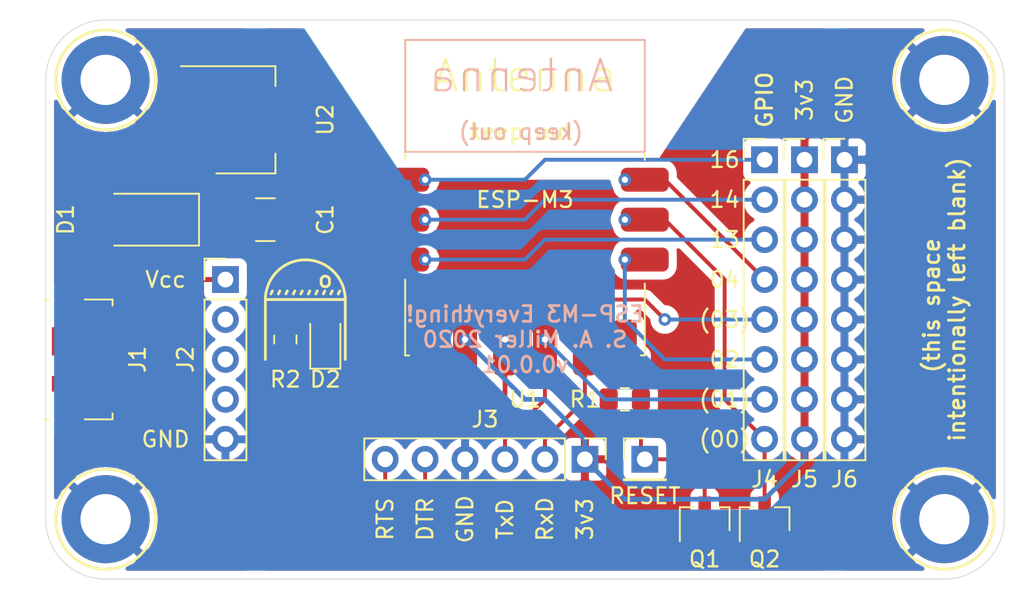
<source format=kicad_pcb>
(kicad_pcb (version 20171130) (host pcbnew 5.1.6-c6e7f7d~87~ubuntu18.04.1)

  (general
    (thickness 1.6)
    (drawings 40)
    (tracks 95)
    (zones 0)
    (modules 20)
    (nets 24)
  )

  (page A4)
  (layers
    (0 F.Cu signal)
    (31 B.Cu signal)
    (32 B.Adhes user)
    (33 F.Adhes user)
    (34 B.Paste user)
    (35 F.Paste user)
    (36 B.SilkS user)
    (37 F.SilkS user)
    (38 B.Mask user)
    (39 F.Mask user)
    (40 Dwgs.User user)
    (41 Cmts.User user)
    (42 Eco1.User user)
    (43 Eco2.User user)
    (44 Edge.Cuts user)
    (45 Margin user)
    (46 B.CrtYd user)
    (47 F.CrtYd user)
    (48 B.Fab user)
    (49 F.Fab user)
  )

  (setup
    (last_trace_width 0.25)
    (trace_clearance 0.2)
    (zone_clearance 0.508)
    (zone_45_only no)
    (trace_min 0.2)
    (via_size 0.8)
    (via_drill 0.4)
    (via_min_size 0.4)
    (via_min_drill 0.3)
    (uvia_size 0.3)
    (uvia_drill 0.1)
    (uvias_allowed no)
    (uvia_min_size 0.2)
    (uvia_min_drill 0.1)
    (edge_width 0.05)
    (segment_width 0.2)
    (pcb_text_width 0.3)
    (pcb_text_size 1.5 1.5)
    (mod_edge_width 0.1778)
    (mod_text_size 1 1)
    (mod_text_width 0.1778)
    (pad_size 5.599999 5.599999)
    (pad_drill 3.200001)
    (pad_to_mask_clearance 0.05)
    (aux_axis_origin 0 0)
    (visible_elements FFFFFF7F)
    (pcbplotparams
      (layerselection 0x010f0_ffffffff)
      (usegerberextensions false)
      (usegerberattributes true)
      (usegerberadvancedattributes true)
      (creategerberjobfile true)
      (excludeedgelayer true)
      (linewidth 0.100000)
      (plotframeref false)
      (viasonmask false)
      (mode 1)
      (useauxorigin false)
      (hpglpennumber 1)
      (hpglpenspeed 20)
      (hpglpendiameter 15.000000)
      (psnegative false)
      (psa4output false)
      (plotreference true)
      (plotvalue true)
      (plotinvisibletext false)
      (padsonsilk false)
      (subtractmaskfromsilk false)
      (outputformat 1)
      (mirror false)
      (drillshape 0)
      (scaleselection 1)
      (outputdirectory "GERBERS/"))
  )

  (net 0 "")
  (net 1 "Net-(J1-Pad4)")
  (net 2 "Net-(J1-Pad3)")
  (net 3 "Net-(J1-Pad2)")
  (net 4 "Net-(J2-Pad3)")
  (net 5 "Net-(J2-Pad2)")
  (net 6 GND)
  (net 7 +5V)
  (net 8 +3V3)
  (net 9 "Net-(D1-Pad1)")
  (net 10 "Net-(U1-Pad4)")
  (net 11 "Net-(J2-Pad4)")
  (net 12 "Net-(D2-Pad2)")
  (net 13 /Reset)
  (net 14 /RTS)
  (net 15 /DTR)
  (net 16 /IO4)
  (net 17 /IO0)
  (net 18 /IO2)
  (net 19 /IO13)
  (net 20 /IO14)
  (net 21 /IO16)
  (net 22 /IO1)
  (net 23 /IO3)

  (net_class Default "This is the default net class."
    (clearance 0.2)
    (trace_width 0.25)
    (via_dia 0.8)
    (via_drill 0.4)
    (uvia_dia 0.3)
    (uvia_drill 0.1)
    (add_net /DTR)
    (add_net /IO0)
    (add_net /IO1)
    (add_net /IO13)
    (add_net /IO14)
    (add_net /IO16)
    (add_net /IO2)
    (add_net /IO3)
    (add_net /IO4)
    (add_net /RTS)
    (add_net /Reset)
    (add_net "Net-(D2-Pad2)")
    (add_net "Net-(J1-Pad2)")
    (add_net "Net-(J1-Pad3)")
    (add_net "Net-(J1-Pad4)")
    (add_net "Net-(J2-Pad2)")
    (add_net "Net-(J2-Pad3)")
    (add_net "Net-(J2-Pad4)")
    (add_net "Net-(U1-Pad4)")
  )

  (net_class Power ""
    (clearance 0.2)
    (trace_width 0.3048)
    (via_dia 0.8)
    (via_drill 0.4)
    (uvia_dia 0.3)
    (uvia_drill 0.1)
    (add_net +3V3)
    (add_net +5V)
    (add_net GND)
    (add_net "Net-(D1-Pad1)")
  )

  (module ESP-M3:foo (layer F.Cu) (tedit 5F540C49) (tstamp 5F53E281)
    (at 133.35 91.44)
    (path /5F4B2CD4)
    (fp_text reference U1 (at 0 12.7) (layer F.SilkS)
      (effects (font (size 1 1) (thickness 0.15)))
    )
    (fp_text value ESP-M3 (at 0 -11.684) (layer F.Fab)
      (effects (font (size 1 1) (thickness 0.15)))
    )
    (fp_line (start -7.62 -3.048) (end 7.62 -3.048) (layer B.SilkS) (width 0.12))
    (fp_line (start -7.62 -10.16) (end -7.62 -3.048) (layer B.SilkS) (width 0.12))
    (fp_line (start 7.62 -10.16) (end -7.62 -10.16) (layer B.SilkS) (width 0.12))
    (fp_line (start 7.62 -9.906) (end 7.62 -10.16) (layer B.SilkS) (width 0.12))
    (fp_line (start 7.62 -3.048) (end 7.62 -9.906) (layer B.SilkS) (width 0.12))
    (fp_line (start 7.62 -10.16) (end -7.62 -10.16) (layer F.SilkS) (width 0.12))
    (fp_line (start 7.62 -3.048) (end 7.62 -10.16) (layer F.SilkS) (width 0.12))
    (fp_line (start -7.62 -3.048) (end 7.62 -3.048) (layer F.SilkS) (width 0.12))
    (fp_line (start -7.62 -10.16) (end -7.62 -3.048) (layer F.SilkS) (width 0.12))
    (fp_line (start -7.62 9.906) (end -7.62 -10.16) (layer Dwgs.User) (width 0.12))
    (fp_line (start 7.62 9.906) (end -7.62 9.906) (layer Dwgs.User) (width 0.12))
    (fp_line (start 7.62 -10.16) (end 7.62 9.906) (layer Dwgs.User) (width 0.12))
    (fp_line (start -7.62 -10.16) (end 7.62 -10.16) (layer Dwgs.User) (width 0.12))
    (fp_line (start -7.366 9.906) (end -7.62 9.906) (layer F.SilkS) (width 0.12))
    (fp_line (start -7.62 9.906) (end -7.62 9.652) (layer F.SilkS) (width 0.12))
    (fp_line (start 7.62 9.906) (end 7.62 5.334) (layer F.SilkS) (width 0.12))
    (fp_line (start -7.62 5.08) (end -7.62 9.652) (layer F.SilkS) (width 0.12))
    (fp_line (start -7.62 -2.54) (end -7.62 -3.048) (layer F.SilkS) (width 0.12))
    (fp_line (start 7.62 -2.54) (end 7.62 -3.048) (layer F.SilkS) (width 0.12))
    (fp_line (start 7.366 9.906) (end 7.62 9.906) (layer F.SilkS) (width 0.12))
    (fp_text user Antenna (at -0.254 -7.874) (layer B.SilkS)
      (effects (font (size 2 2) (thickness 0.15)) (justify mirror))
    )
    (fp_text user "(keep out)" (at -0.254 -4.318) (layer B.SilkS)
      (effects (font (size 1 1) (thickness 0.15)) (justify mirror))
    )
    (fp_text user "(keep out)" (at -0.254 -4.318) (layer F.SilkS)
      (effects (font (size 1 1) (thickness 0.15)))
    )
    (fp_text user Antenna (at 0 -7.874) (layer F.SilkS)
      (effects (font (size 2 2) (thickness 0.15)))
    )
    (pad 12 smd roundrect (at 7.62 -1.27) (size 3.048 1.524) (layers F.Cu F.Paste F.Mask) (roundrect_rratio 0.25)
      (net 16 /IO4) (zone_connect 0))
    (pad 11 smd roundrect (at 7.62 1.27) (size 3.048 1.524) (layers F.Cu F.Paste F.Mask) (roundrect_rratio 0.25)
      (net 17 /IO0))
    (pad 10 smd roundrect (at 7.62 3.81) (size 3.048 1.524) (layers F.Cu F.Paste F.Mask) (roundrect_rratio 0.25)
      (net 18 /IO2))
    (pad 9 smd roundrect (at 6.35 9.406) (size 1.524 3.548) (layers F.Cu F.Paste F.Mask) (roundrect_rratio 0.25)
      (net 13 /Reset))
    (pad 8 smd roundrect (at 3.81 9.406) (size 1.524 3.548) (layers F.Cu F.Paste F.Mask) (roundrect_rratio 0.25)
      (net 23 /IO3))
    (pad 7 smd roundrect (at 1.27 9.406) (size 1.524 3.548) (layers F.Cu F.Paste F.Mask) (roundrect_rratio 0.25)
      (net 22 /IO1))
    (pad 6 smd roundrect (at -1.27 9.406) (size 1.524 3.548) (layers F.Cu F.Paste F.Mask) (roundrect_rratio 0.25)
      (net 6 GND))
    (pad 5 smd roundrect (at -3.81 9.406) (size 1.524 3.548) (layers F.Cu F.Paste F.Mask) (roundrect_rratio 0.25)
      (net 8 +3V3))
    (pad 4 smd roundrect (at -6.35 9.406) (size 1.524 3.548) (layers F.Cu F.Paste F.Mask) (roundrect_rratio 0.25)
      (net 10 "Net-(U1-Pad4)"))
    (pad 3 smd roundrect (at -7.62 3.81) (size 3.048 1.524) (layers F.Cu F.Paste F.Mask) (roundrect_rratio 0.25)
      (net 19 /IO13))
    (pad 2 smd roundrect (at -7.62 1.27) (size 3.048 1.524) (layers F.Cu F.Paste F.Mask) (roundrect_rratio 0.25)
      (net 20 /IO14))
    (pad 1 smd roundrect (at -7.62 -1.27) (size 3.048 1.524) (layers F.Cu F.Paste F.Mask) (roundrect_rratio 0.25)
      (net 21 /IO16))
  )

  (module Connector_PinHeader_2.54mm:PinHeader_1x01_P2.54mm_Vertical (layer F.Cu) (tedit 59FED5CC) (tstamp 5F53EF10)
    (at 140.97 107.95)
    (descr "Through hole straight pin header, 1x01, 2.54mm pitch, single row")
    (tags "Through hole pin header THT 1x01 2.54mm single row")
    (path /5F53F882)
    (attr virtual)
    (fp_text reference TP1 (at 0 -2.33) (layer F.SilkS) hide
      (effects (font (size 1 1) (thickness 0.15)))
    )
    (fp_text value RESET (at 0 2.33) (layer F.SilkS)
      (effects (font (size 1 1) (thickness 0.15)))
    )
    (fp_line (start 1.8 -1.8) (end -1.8 -1.8) (layer F.CrtYd) (width 0.05))
    (fp_line (start 1.8 1.8) (end 1.8 -1.8) (layer F.CrtYd) (width 0.05))
    (fp_line (start -1.8 1.8) (end 1.8 1.8) (layer F.CrtYd) (width 0.05))
    (fp_line (start -1.8 -1.8) (end -1.8 1.8) (layer F.CrtYd) (width 0.05))
    (fp_line (start -1.33 -1.33) (end 0 -1.33) (layer F.SilkS) (width 0.12))
    (fp_line (start -1.33 0) (end -1.33 -1.33) (layer F.SilkS) (width 0.12))
    (fp_line (start -1.33 1.27) (end 1.33 1.27) (layer F.SilkS) (width 0.12))
    (fp_line (start 1.33 1.27) (end 1.33 1.33) (layer F.SilkS) (width 0.12))
    (fp_line (start -1.33 1.27) (end -1.33 1.33) (layer F.SilkS) (width 0.12))
    (fp_line (start -1.33 1.33) (end 1.33 1.33) (layer F.SilkS) (width 0.12))
    (fp_line (start -1.27 -0.635) (end -0.635 -1.27) (layer F.Fab) (width 0.1))
    (fp_line (start -1.27 1.27) (end -1.27 -0.635) (layer F.Fab) (width 0.1))
    (fp_line (start 1.27 1.27) (end -1.27 1.27) (layer F.Fab) (width 0.1))
    (fp_line (start 1.27 -1.27) (end 1.27 1.27) (layer F.Fab) (width 0.1))
    (fp_line (start -0.635 -1.27) (end 1.27 -1.27) (layer F.Fab) (width 0.1))
    (fp_text user %R (at 0 0 90) (layer F.Fab)
      (effects (font (size 1 1) (thickness 0.15)))
    )
    (pad 1 thru_hole rect (at 0 0) (size 1.7 1.7) (drill 1) (layers *.Cu *.Mask)
      (net 13 /Reset))
    (model ${KISYS3DMOD}/Connector_PinHeader_2.54mm.3dshapes/PinHeader_1x01_P2.54mm_Vertical.wrl
      (at (xyz 0 0 0))
      (scale (xyz 1 1 1))
      (rotate (xyz 0 0 0))
    )
  )

  (module Resistor_SMD:R_0805_2012Metric_Pad1.15x1.40mm_HandSolder (layer F.Cu) (tedit 5B36C52B) (tstamp 5F533781)
    (at 118.11 100.33 90)
    (descr "Resistor SMD 0805 (2012 Metric), square (rectangular) end terminal, IPC_7351 nominal with elongated pad for handsoldering. (Body size source: https://docs.google.com/spreadsheets/d/1BsfQQcO9C6DZCsRaXUlFlo91Tg2WpOkGARC1WS5S8t0/edit?usp=sharing), generated with kicad-footprint-generator")
    (tags "resistor handsolder")
    (path /5F537620)
    (attr smd)
    (fp_text reference R2 (at -2.54 0 180) (layer F.SilkS)
      (effects (font (size 1 1) (thickness 0.15)))
    )
    (fp_text value 10K (at -3.81 0 90) (layer F.Fab)
      (effects (font (size 1 1) (thickness 0.15)))
    )
    (fp_line (start -1 0.6) (end -1 -0.6) (layer F.Fab) (width 0.1))
    (fp_line (start -1 -0.6) (end 1 -0.6) (layer F.Fab) (width 0.1))
    (fp_line (start 1 -0.6) (end 1 0.6) (layer F.Fab) (width 0.1))
    (fp_line (start 1 0.6) (end -1 0.6) (layer F.Fab) (width 0.1))
    (fp_line (start -0.261252 -0.71) (end 0.261252 -0.71) (layer F.SilkS) (width 0.12))
    (fp_line (start -0.261252 0.71) (end 0.261252 0.71) (layer F.SilkS) (width 0.12))
    (fp_line (start -1.85 0.95) (end -1.85 -0.95) (layer F.CrtYd) (width 0.05))
    (fp_line (start -1.85 -0.95) (end 1.85 -0.95) (layer F.CrtYd) (width 0.05))
    (fp_line (start 1.85 -0.95) (end 1.85 0.95) (layer F.CrtYd) (width 0.05))
    (fp_line (start 1.85 0.95) (end -1.85 0.95) (layer F.CrtYd) (width 0.05))
    (fp_text user %R (at 0 0 90) (layer F.Fab)
      (effects (font (size 0.5 0.5) (thickness 0.08)))
    )
    (pad 2 smd roundrect (at 1.025 0 90) (size 1.15 1.4) (layers F.Cu F.Paste F.Mask) (roundrect_rratio 0.217391)
      (net 8 +3V3))
    (pad 1 smd roundrect (at -1.025 0 90) (size 1.15 1.4) (layers F.Cu F.Paste F.Mask) (roundrect_rratio 0.217391)
      (net 12 "Net-(D2-Pad2)"))
    (model ${KISYS3DMOD}/Resistor_SMD.3dshapes/R_0805_2012Metric.wrl
      (at (xyz 0 0 0))
      (scale (xyz 1 1 1))
      (rotate (xyz 0 0 0))
    )
  )

  (module LED_SMD:LED_0805_2012Metric_Pad1.15x1.40mm_HandSolder (layer F.Cu) (tedit 5B4B45C9) (tstamp 5F5335BE)
    (at 120.65 100.33 90)
    (descr "LED SMD 0805 (2012 Metric), square (rectangular) end terminal, IPC_7351 nominal, (Body size source: https://docs.google.com/spreadsheets/d/1BsfQQcO9C6DZCsRaXUlFlo91Tg2WpOkGARC1WS5S8t0/edit?usp=sharing), generated with kicad-footprint-generator")
    (tags "LED handsolder")
    (path /5F5369CE)
    (attr smd)
    (fp_text reference D2 (at -2.54 0 180) (layer F.SilkS)
      (effects (font (size 1 1) (thickness 0.15)))
    )
    (fp_text value LED (at 3.81 0 90) (layer F.Fab)
      (effects (font (size 1 1) (thickness 0.15)))
    )
    (fp_line (start 1 -0.6) (end -0.7 -0.6) (layer F.Fab) (width 0.1))
    (fp_line (start -0.7 -0.6) (end -1 -0.3) (layer F.Fab) (width 0.1))
    (fp_line (start -1 -0.3) (end -1 0.6) (layer F.Fab) (width 0.1))
    (fp_line (start -1 0.6) (end 1 0.6) (layer F.Fab) (width 0.1))
    (fp_line (start 1 0.6) (end 1 -0.6) (layer F.Fab) (width 0.1))
    (fp_line (start 1 -0.96) (end -1.86 -0.96) (layer F.SilkS) (width 0.12))
    (fp_line (start -1.86 -0.96) (end -1.86 0.96) (layer F.SilkS) (width 0.12))
    (fp_line (start -1.86 0.96) (end 1 0.96) (layer F.SilkS) (width 0.12))
    (fp_line (start -1.85 0.95) (end -1.85 -0.95) (layer F.CrtYd) (width 0.05))
    (fp_line (start -1.85 -0.95) (end 1.85 -0.95) (layer F.CrtYd) (width 0.05))
    (fp_line (start 1.85 -0.95) (end 1.85 0.95) (layer F.CrtYd) (width 0.05))
    (fp_line (start 1.85 0.95) (end -1.85 0.95) (layer F.CrtYd) (width 0.05))
    (fp_text user %R (at 0 0 90) (layer F.Fab)
      (effects (font (size 0.5 0.5) (thickness 0.08)))
    )
    (pad 2 smd roundrect (at 1.025 0 90) (size 1.15 1.4) (layers F.Cu F.Paste F.Mask) (roundrect_rratio 0.217391)
      (net 12 "Net-(D2-Pad2)"))
    (pad 1 smd roundrect (at -1.025 0 90) (size 1.15 1.4) (layers F.Cu F.Paste F.Mask) (roundrect_rratio 0.217391)
      (net 6 GND))
    (model ${KISYS3DMOD}/LED_SMD.3dshapes/LED_0805_2012Metric.wrl
      (at (xyz 0 0 0))
      (scale (xyz 1 1 1))
      (rotate (xyz 0 0 0))
    )
  )

  (module MountingHole:MountingHole_3.2mm_M3_DIN965_Pad (layer F.Cu) (tedit 5F531C6B) (tstamp 5F5345A4)
    (at 106.68 111.76)
    (descr "Mounting Hole 3.2mm, M3, DIN965")
    (tags "mounting hole 3.2mm m3 din965")
    (attr virtual)
    (fp_text reference REF** (at 0 -3.8) (layer F.SilkS) hide
      (effects (font (size 1 1) (thickness 0.15)))
    )
    (fp_text value MountingHole_3.2mm_M3_DIN965_Pad (at 0 3.8) (layer F.Fab) hide
      (effects (font (size 1 1) (thickness 0.15)))
    )
    (fp_circle (center 0 0) (end 2.8 0) (layer Cmts.User) (width 0.15))
    (fp_circle (center 0 0) (end 3.05 0) (layer F.CrtYd) (width 0.05))
    (pad 1 thru_hole circle (at 0 0) (size 5.599999 5.599999) (drill 3.200001) (layers *.Cu *.Mask)
      (net 6 GND))
  )

  (module MountingHole:MountingHole_3.2mm_M3_DIN965_Pad (layer F.Cu) (tedit 5F531BCF) (tstamp 5F53458E)
    (at 106.68 83.82)
    (descr "Mounting Hole 3.2mm, M3, DIN965")
    (tags "mounting hole 3.2mm m3 din965")
    (attr virtual)
    (fp_text reference REF** (at 0 -3.8) (layer F.SilkS) hide
      (effects (font (size 1 1) (thickness 0.15)))
    )
    (fp_text value MountingHole_3.2mm_M3_DIN965_Pad (at 0 3.8) (layer F.Fab) hide
      (effects (font (size 1 1) (thickness 0.15)))
    )
    (fp_circle (center 0 0) (end 2.8 0) (layer Cmts.User) (width 0.15))
    (fp_circle (center 0 0) (end 3.05 0) (layer F.CrtYd) (width 0.05))
    (fp_text user %R (at 0.3 0) (layer F.Fab)
      (effects (font (size 1 1) (thickness 0.15)))
    )
    (pad 1 thru_hole circle (at 0 0) (size 5.599999 5.599999) (drill 3.200001) (layers *.Cu *.Mask)
      (net 6 GND))
  )

  (module MountingHole:MountingHole_3.2mm_M3_DIN965_Pad (layer F.Cu) (tedit 5F531CD3) (tstamp 5F534578)
    (at 160.02 111.76)
    (descr "Mounting Hole 3.2mm, M3, DIN965")
    (tags "mounting hole 3.2mm m3 din965")
    (attr virtual)
    (fp_text reference REF** (at 0 -3.8) (layer F.SilkS) hide
      (effects (font (size 1 1) (thickness 0.15)))
    )
    (fp_text value MountingHole_3.2mm_M3_DIN965_Pad (at 0 3.8) (layer F.Fab) hide
      (effects (font (size 1 1) (thickness 0.15)))
    )
    (fp_circle (center 0 0) (end 2.8 0) (layer Cmts.User) (width 0.15))
    (fp_circle (center 0 0) (end 3.05 0) (layer F.CrtYd) (width 0.05))
    (pad 1 thru_hole circle (at 0 0) (size 5.599999 5.599999) (drill 3.200001) (layers *.Cu *.Mask)
      (net 6 GND))
  )

  (module MountingHole:MountingHole_3.2mm_M3_DIN965_Pad (layer F.Cu) (tedit 5F531CBE) (tstamp 5F534557)
    (at 160.02 83.82)
    (descr "Mounting Hole 3.2mm, M3, DIN965")
    (tags "mounting hole 3.2mm m3 din965")
    (attr virtual)
    (fp_text reference REF** (at 0 -3.8) (layer F.SilkS) hide
      (effects (font (size 1 1) (thickness 0.15)))
    )
    (fp_text value MountingHole_3.2mm_M3_DIN965_Pad (at 0 3.8) (layer F.Fab) hide
      (effects (font (size 1 1) (thickness 0.15)))
    )
    (fp_circle (center 0 0) (end 2.8 0) (layer Cmts.User) (width 0.15))
    (fp_circle (center 0 0) (end 3.05 0) (layer F.CrtYd) (width 0.05))
    (fp_text user %R (at 0.3 0) (layer F.Fab) hide
      (effects (font (size 1 1) (thickness 0.15)))
    )
    (pad 1 thru_hole circle (at 0 0) (size 5.599999 5.599999) (drill 3.200001) (layers *.Cu *.Mask)
      (net 6 GND))
  )

  (module Resistor_SMD:R_0805_2012Metric_Pad1.15x1.40mm_HandSolder (layer F.Cu) (tedit 5B36C52B) (tstamp 5F5332C4)
    (at 139.7 104.14)
    (descr "Resistor SMD 0805 (2012 Metric), square (rectangular) end terminal, IPC_7351 nominal with elongated pad for handsoldering. (Body size source: https://docs.google.com/spreadsheets/d/1BsfQQcO9C6DZCsRaXUlFlo91Tg2WpOkGARC1WS5S8t0/edit?usp=sharing), generated with kicad-footprint-generator")
    (tags "resistor handsolder")
    (path /5F62AFCE)
    (attr smd)
    (fp_text reference R1 (at -2.54 0) (layer F.SilkS)
      (effects (font (size 1 1) (thickness 0.15)))
    )
    (fp_text value 10K (at 0 2.54) (layer F.Fab)
      (effects (font (size 1 1) (thickness 0.15)))
    )
    (fp_line (start -1 0.6) (end -1 -0.6) (layer F.Fab) (width 0.1))
    (fp_line (start -1 -0.6) (end 1 -0.6) (layer F.Fab) (width 0.1))
    (fp_line (start 1 -0.6) (end 1 0.6) (layer F.Fab) (width 0.1))
    (fp_line (start 1 0.6) (end -1 0.6) (layer F.Fab) (width 0.1))
    (fp_line (start -0.261252 -0.71) (end 0.261252 -0.71) (layer F.SilkS) (width 0.12))
    (fp_line (start -0.261252 0.71) (end 0.261252 0.71) (layer F.SilkS) (width 0.12))
    (fp_line (start -1.85 0.95) (end -1.85 -0.95) (layer F.CrtYd) (width 0.05))
    (fp_line (start -1.85 -0.95) (end 1.85 -0.95) (layer F.CrtYd) (width 0.05))
    (fp_line (start 1.85 -0.95) (end 1.85 0.95) (layer F.CrtYd) (width 0.05))
    (fp_line (start 1.85 0.95) (end -1.85 0.95) (layer F.CrtYd) (width 0.05))
    (fp_text user %R (at 0 0) (layer F.Fab)
      (effects (font (size 0.5 0.5) (thickness 0.08)))
    )
    (pad 2 smd roundrect (at 1.025 0) (size 1.15 1.4) (layers F.Cu F.Paste F.Mask) (roundrect_rratio 0.217391)
      (net 13 /Reset))
    (pad 1 smd roundrect (at -1.025 0) (size 1.15 1.4) (layers F.Cu F.Paste F.Mask) (roundrect_rratio 0.217391)
      (net 8 +3V3))
    (model ${KISYS3DMOD}/Resistor_SMD.3dshapes/R_0805_2012Metric.wrl
      (at (xyz 0 0 0))
      (scale (xyz 1 1 1))
      (rotate (xyz 0 0 0))
    )
  )

  (module Capacitor_SMD:C_1210_3225Metric_Pad1.42x2.65mm_HandSolder (layer F.Cu) (tedit 5B301BBE) (tstamp 5F509059)
    (at 116.84 92.71 180)
    (descr "Capacitor SMD 1210 (3225 Metric), square (rectangular) end terminal, IPC_7351 nominal with elongated pad for handsoldering. (Body size source: http://www.tortai-tech.com/upload/download/2011102023233369053.pdf), generated with kicad-footprint-generator")
    (tags "capacitor handsolder")
    (path /5F537377)
    (attr smd)
    (fp_text reference C1 (at -3.81 0 90) (layer F.SilkS)
      (effects (font (size 1 1) (thickness 0.15)))
    )
    (fp_text value 22uf (at 0 2.28) (layer F.Fab)
      (effects (font (size 1 1) (thickness 0.15)))
    )
    (fp_line (start -1.6 1.25) (end -1.6 -1.25) (layer F.Fab) (width 0.1))
    (fp_line (start -1.6 -1.25) (end 1.6 -1.25) (layer F.Fab) (width 0.1))
    (fp_line (start 1.6 -1.25) (end 1.6 1.25) (layer F.Fab) (width 0.1))
    (fp_line (start 1.6 1.25) (end -1.6 1.25) (layer F.Fab) (width 0.1))
    (fp_line (start -0.602064 -1.36) (end 0.602064 -1.36) (layer F.SilkS) (width 0.12))
    (fp_line (start -0.602064 1.36) (end 0.602064 1.36) (layer F.SilkS) (width 0.12))
    (fp_line (start -2.45 1.58) (end -2.45 -1.58) (layer F.CrtYd) (width 0.05))
    (fp_line (start -2.45 -1.58) (end 2.45 -1.58) (layer F.CrtYd) (width 0.05))
    (fp_line (start 2.45 -1.58) (end 2.45 1.58) (layer F.CrtYd) (width 0.05))
    (fp_line (start 2.45 1.58) (end -2.45 1.58) (layer F.CrtYd) (width 0.05))
    (fp_text user %R (at 0 0) (layer F.Fab)
      (effects (font (size 0.8 0.8) (thickness 0.12)))
    )
    (pad 2 smd roundrect (at 1.4875 0 180) (size 1.425 2.65) (layers F.Cu F.Paste F.Mask) (roundrect_rratio 0.175439)
      (net 6 GND))
    (pad 1 smd roundrect (at -1.4875 0 180) (size 1.425 2.65) (layers F.Cu F.Paste F.Mask) (roundrect_rratio 0.175439)
      (net 8 +3V3))
    (model ${KISYS3DMOD}/Capacitor_SMD.3dshapes/C_1210_3225Metric.wrl
      (at (xyz 0 0 0))
      (scale (xyz 1 1 1))
      (rotate (xyz 0 0 0))
    )
  )

  (module Diode_SMD:D_SMA (layer F.Cu) (tedit 586432E5) (tstamp 5F50762B)
    (at 109.22 92.71 180)
    (descr "Diode SMA (DO-214AC)")
    (tags "Diode SMA (DO-214AC)")
    (path /5F508511)
    (attr smd)
    (fp_text reference D1 (at 5.08 0 90) (layer F.SilkS)
      (effects (font (size 1 1) (thickness 0.15)))
    )
    (fp_text value MRA4003T3G (at 0 2.6) (layer F.Fab)
      (effects (font (size 1 1) (thickness 0.15)))
    )
    (fp_line (start -3.4 -1.65) (end -3.4 1.65) (layer F.SilkS) (width 0.12))
    (fp_line (start 2.3 1.5) (end -2.3 1.5) (layer F.Fab) (width 0.1))
    (fp_line (start -2.3 1.5) (end -2.3 -1.5) (layer F.Fab) (width 0.1))
    (fp_line (start 2.3 -1.5) (end 2.3 1.5) (layer F.Fab) (width 0.1))
    (fp_line (start 2.3 -1.5) (end -2.3 -1.5) (layer F.Fab) (width 0.1))
    (fp_line (start -3.5 -1.75) (end 3.5 -1.75) (layer F.CrtYd) (width 0.05))
    (fp_line (start 3.5 -1.75) (end 3.5 1.75) (layer F.CrtYd) (width 0.05))
    (fp_line (start 3.5 1.75) (end -3.5 1.75) (layer F.CrtYd) (width 0.05))
    (fp_line (start -3.5 1.75) (end -3.5 -1.75) (layer F.CrtYd) (width 0.05))
    (fp_line (start -0.64944 0.00102) (end -1.55114 0.00102) (layer F.Fab) (width 0.1))
    (fp_line (start 0.50118 0.00102) (end 1.4994 0.00102) (layer F.Fab) (width 0.1))
    (fp_line (start -0.64944 -0.79908) (end -0.64944 0.80112) (layer F.Fab) (width 0.1))
    (fp_line (start 0.50118 0.75032) (end 0.50118 -0.79908) (layer F.Fab) (width 0.1))
    (fp_line (start -0.64944 0.00102) (end 0.50118 0.75032) (layer F.Fab) (width 0.1))
    (fp_line (start -0.64944 0.00102) (end 0.50118 -0.79908) (layer F.Fab) (width 0.1))
    (fp_line (start -3.4 1.65) (end 2 1.65) (layer F.SilkS) (width 0.12))
    (fp_line (start -3.4 -1.65) (end 2 -1.65) (layer F.SilkS) (width 0.12))
    (fp_text user %R (at 0 -2.5) (layer F.Fab)
      (effects (font (size 1 1) (thickness 0.15)))
    )
    (pad 2 smd rect (at 2 0 180) (size 2.5 1.8) (layers F.Cu F.Paste F.Mask)
      (net 7 +5V))
    (pad 1 smd rect (at -2 0 180) (size 2.5 1.8) (layers F.Cu F.Paste F.Mask)
      (net 9 "Net-(D1-Pad1)"))
    (model ${KISYS3DMOD}/Diode_SMD.3dshapes/D_SMA.wrl
      (at (xyz 0 0 0))
      (scale (xyz 1 1 1))
      (rotate (xyz 0 0 0))
    )
  )

  (module Package_TO_SOT_SMD:SOT-23 (layer F.Cu) (tedit 5A02FF57) (tstamp 5F4C87BE)
    (at 148.59 111.76 90)
    (descr "SOT-23, Standard")
    (tags SOT-23)
    (path /5F517694)
    (attr smd)
    (fp_text reference Q2 (at -2.54 0 180) (layer F.SilkS)
      (effects (font (size 1 1) (thickness 0.15)))
    )
    (fp_text value MMBT3904 (at -2.54 2.54 180) (layer F.Fab)
      (effects (font (size 1 1) (thickness 0.15)))
    )
    (fp_line (start 0.76 1.58) (end -0.7 1.58) (layer F.SilkS) (width 0.12))
    (fp_line (start 0.76 -1.58) (end -1.4 -1.58) (layer F.SilkS) (width 0.12))
    (fp_line (start -1.7 1.75) (end -1.7 -1.75) (layer F.CrtYd) (width 0.05))
    (fp_line (start 1.7 1.75) (end -1.7 1.75) (layer F.CrtYd) (width 0.05))
    (fp_line (start 1.7 -1.75) (end 1.7 1.75) (layer F.CrtYd) (width 0.05))
    (fp_line (start -1.7 -1.75) (end 1.7 -1.75) (layer F.CrtYd) (width 0.05))
    (fp_line (start 0.76 -1.58) (end 0.76 -0.65) (layer F.SilkS) (width 0.12))
    (fp_line (start 0.76 1.58) (end 0.76 0.65) (layer F.SilkS) (width 0.12))
    (fp_line (start -0.7 1.52) (end 0.7 1.52) (layer F.Fab) (width 0.1))
    (fp_line (start 0.7 -1.52) (end 0.7 1.52) (layer F.Fab) (width 0.1))
    (fp_line (start -0.7 -0.95) (end -0.15 -1.52) (layer F.Fab) (width 0.1))
    (fp_line (start -0.15 -1.52) (end 0.7 -1.52) (layer F.Fab) (width 0.1))
    (fp_line (start -0.7 -0.95) (end -0.7 1.5) (layer F.Fab) (width 0.1))
    (fp_text user %R (at 0 0) (layer F.Fab)
      (effects (font (size 0.5 0.5) (thickness 0.075)))
    )
    (pad 3 smd rect (at 1 0 90) (size 0.9 0.8) (layers F.Cu F.Paste F.Mask)
      (net 17 /IO0))
    (pad 2 smd rect (at -1 0.95 90) (size 0.9 0.8) (layers F.Cu F.Paste F.Mask)
      (net 15 /DTR))
    (pad 1 smd rect (at -1 -0.95 90) (size 0.9 0.8) (layers F.Cu F.Paste F.Mask)
      (net 14 /RTS))
    (model ${KISYS3DMOD}/Package_TO_SOT_SMD.3dshapes/SOT-23.wrl
      (at (xyz 0 0 0))
      (scale (xyz 1 1 1))
      (rotate (xyz 0 0 0))
    )
  )

  (module Package_TO_SOT_SMD:SOT-23 (layer F.Cu) (tedit 5A02FF57) (tstamp 5F4C87A9)
    (at 144.78 111.76 90)
    (descr "SOT-23, Standard")
    (tags SOT-23)
    (path /5F5228E7)
    (attr smd)
    (fp_text reference Q1 (at -2.54 0 180) (layer F.SilkS)
      (effects (font (size 1 1) (thickness 0.15)))
    )
    (fp_text value MMBT3904 (at -2.54 -2.54 180) (layer F.Fab)
      (effects (font (size 1 1) (thickness 0.15)))
    )
    (fp_line (start 0.76 1.58) (end -0.7 1.58) (layer F.SilkS) (width 0.12))
    (fp_line (start 0.76 -1.58) (end -1.4 -1.58) (layer F.SilkS) (width 0.12))
    (fp_line (start -1.7 1.75) (end -1.7 -1.75) (layer F.CrtYd) (width 0.05))
    (fp_line (start 1.7 1.75) (end -1.7 1.75) (layer F.CrtYd) (width 0.05))
    (fp_line (start 1.7 -1.75) (end 1.7 1.75) (layer F.CrtYd) (width 0.05))
    (fp_line (start -1.7 -1.75) (end 1.7 -1.75) (layer F.CrtYd) (width 0.05))
    (fp_line (start 0.76 -1.58) (end 0.76 -0.65) (layer F.SilkS) (width 0.12))
    (fp_line (start 0.76 1.58) (end 0.76 0.65) (layer F.SilkS) (width 0.12))
    (fp_line (start -0.7 1.52) (end 0.7 1.52) (layer F.Fab) (width 0.1))
    (fp_line (start 0.7 -1.52) (end 0.7 1.52) (layer F.Fab) (width 0.1))
    (fp_line (start -0.7 -0.95) (end -0.15 -1.52) (layer F.Fab) (width 0.1))
    (fp_line (start -0.15 -1.52) (end 0.7 -1.52) (layer F.Fab) (width 0.1))
    (fp_line (start -0.7 -0.95) (end -0.7 1.5) (layer F.Fab) (width 0.1))
    (fp_text user %R (at 0 0) (layer F.Fab)
      (effects (font (size 0.5 0.5) (thickness 0.075)))
    )
    (pad 3 smd rect (at 1 0 90) (size 0.9 0.8) (layers F.Cu F.Paste F.Mask)
      (net 13 /Reset))
    (pad 2 smd rect (at -1 0.95 90) (size 0.9 0.8) (layers F.Cu F.Paste F.Mask)
      (net 14 /RTS))
    (pad 1 smd rect (at -1 -0.95 90) (size 0.9 0.8) (layers F.Cu F.Paste F.Mask)
      (net 15 /DTR))
    (model ${KISYS3DMOD}/Package_TO_SOT_SMD.3dshapes/SOT-23.wrl
      (at (xyz 0 0 0))
      (scale (xyz 1 1 1))
      (rotate (xyz 0 0 0))
    )
  )

  (module Connector_PinHeader_2.54mm:PinHeader_1x08_P2.54mm_Vertical (layer F.Cu) (tedit 59FED5CC) (tstamp 5F4C657A)
    (at 153.67 88.9)
    (descr "Through hole straight pin header, 1x08, 2.54mm pitch, single row")
    (tags "Through hole pin header THT 1x08 2.54mm single row")
    (path /5F4D8A31)
    (fp_text reference J6 (at 0 20.32) (layer F.SilkS)
      (effects (font (size 1 1) (thickness 0.15)))
    )
    (fp_text value Conn_01x08_Male (at -5.08 10.16 90) (layer F.Fab)
      (effects (font (size 1 1) (thickness 0.15)))
    )
    (fp_line (start -0.635 -1.27) (end 1.27 -1.27) (layer F.Fab) (width 0.1))
    (fp_line (start 1.27 -1.27) (end 1.27 19.05) (layer F.Fab) (width 0.1))
    (fp_line (start 1.27 19.05) (end -1.27 19.05) (layer F.Fab) (width 0.1))
    (fp_line (start -1.27 19.05) (end -1.27 -0.635) (layer F.Fab) (width 0.1))
    (fp_line (start -1.27 -0.635) (end -0.635 -1.27) (layer F.Fab) (width 0.1))
    (fp_line (start -1.33 19.11) (end 1.33 19.11) (layer F.SilkS) (width 0.12))
    (fp_line (start -1.33 1.27) (end -1.33 19.11) (layer F.SilkS) (width 0.12))
    (fp_line (start 1.33 1.27) (end 1.33 19.11) (layer F.SilkS) (width 0.12))
    (fp_line (start -1.33 1.27) (end 1.33 1.27) (layer F.SilkS) (width 0.12))
    (fp_line (start -1.33 0) (end -1.33 -1.33) (layer F.SilkS) (width 0.12))
    (fp_line (start -1.33 -1.33) (end 0 -1.33) (layer F.SilkS) (width 0.12))
    (fp_line (start -1.8 -1.8) (end -1.8 19.55) (layer F.CrtYd) (width 0.05))
    (fp_line (start -1.8 19.55) (end 1.8 19.55) (layer F.CrtYd) (width 0.05))
    (fp_line (start 1.8 19.55) (end 1.8 -1.8) (layer F.CrtYd) (width 0.05))
    (fp_line (start 1.8 -1.8) (end -1.8 -1.8) (layer F.CrtYd) (width 0.05))
    (fp_text user %R (at 0 8.89 90) (layer F.Fab)
      (effects (font (size 1 1) (thickness 0.15)))
    )
    (pad 8 thru_hole oval (at 0 17.78) (size 1.7 1.7) (drill 1) (layers *.Cu *.Mask)
      (net 6 GND))
    (pad 7 thru_hole oval (at 0 15.24) (size 1.7 1.7) (drill 1) (layers *.Cu *.Mask)
      (net 6 GND))
    (pad 6 thru_hole oval (at 0 12.7) (size 1.7 1.7) (drill 1) (layers *.Cu *.Mask)
      (net 6 GND))
    (pad 5 thru_hole oval (at 0 10.16) (size 1.7 1.7) (drill 1) (layers *.Cu *.Mask)
      (net 6 GND))
    (pad 4 thru_hole oval (at 0 7.62) (size 1.7 1.7) (drill 1) (layers *.Cu *.Mask)
      (net 6 GND))
    (pad 3 thru_hole oval (at 0 5.08) (size 1.7 1.7) (drill 1) (layers *.Cu *.Mask)
      (net 6 GND))
    (pad 2 thru_hole oval (at 0 2.54) (size 1.7 1.7) (drill 1) (layers *.Cu *.Mask)
      (net 6 GND))
    (pad 1 thru_hole rect (at 0 0) (size 1.7 1.7) (drill 1) (layers *.Cu *.Mask)
      (net 6 GND))
    (model ${KISYS3DMOD}/Connector_PinHeader_2.54mm.3dshapes/PinHeader_1x08_P2.54mm_Vertical.wrl
      (at (xyz 0 0 0))
      (scale (xyz 1 1 1))
      (rotate (xyz 0 0 0))
    )
  )

  (module Connector_PinHeader_2.54mm:PinHeader_1x08_P2.54mm_Vertical (layer F.Cu) (tedit 59FED5CC) (tstamp 5F4C655E)
    (at 151.13 88.9)
    (descr "Through hole straight pin header, 1x08, 2.54mm pitch, single row")
    (tags "Through hole pin header THT 1x08 2.54mm single row")
    (path /5F4D6658)
    (fp_text reference J5 (at 0 20.32) (layer F.SilkS)
      (effects (font (size 1 1) (thickness 0.15)))
    )
    (fp_text value Conn_01x08_Male (at -6.35 10.16 90) (layer F.Fab)
      (effects (font (size 1 1) (thickness 0.15)))
    )
    (fp_line (start -0.635 -1.27) (end 1.27 -1.27) (layer F.Fab) (width 0.1))
    (fp_line (start 1.27 -1.27) (end 1.27 19.05) (layer F.Fab) (width 0.1))
    (fp_line (start 1.27 19.05) (end -1.27 19.05) (layer F.Fab) (width 0.1))
    (fp_line (start -1.27 19.05) (end -1.27 -0.635) (layer F.Fab) (width 0.1))
    (fp_line (start -1.27 -0.635) (end -0.635 -1.27) (layer F.Fab) (width 0.1))
    (fp_line (start -1.33 19.11) (end 1.33 19.11) (layer F.SilkS) (width 0.12))
    (fp_line (start -1.33 1.27) (end -1.33 19.11) (layer F.SilkS) (width 0.12))
    (fp_line (start 1.33 1.27) (end 1.33 19.11) (layer F.SilkS) (width 0.12))
    (fp_line (start -1.33 1.27) (end 1.33 1.27) (layer F.SilkS) (width 0.12))
    (fp_line (start -1.33 0) (end -1.33 -1.33) (layer F.SilkS) (width 0.12))
    (fp_line (start -1.33 -1.33) (end 0 -1.33) (layer F.SilkS) (width 0.12))
    (fp_line (start -1.8 -1.8) (end -1.8 19.55) (layer F.CrtYd) (width 0.05))
    (fp_line (start -1.8 19.55) (end 1.8 19.55) (layer F.CrtYd) (width 0.05))
    (fp_line (start 1.8 19.55) (end 1.8 -1.8) (layer F.CrtYd) (width 0.05))
    (fp_line (start 1.8 -1.8) (end -1.8 -1.8) (layer F.CrtYd) (width 0.05))
    (fp_text user %R (at 0 8.89 90) (layer F.Fab)
      (effects (font (size 1 1) (thickness 0.15)))
    )
    (pad 8 thru_hole oval (at 0 17.78) (size 1.7 1.7) (drill 1) (layers *.Cu *.Mask)
      (net 8 +3V3))
    (pad 7 thru_hole oval (at 0 15.24) (size 1.7 1.7) (drill 1) (layers *.Cu *.Mask)
      (net 8 +3V3))
    (pad 6 thru_hole oval (at 0 12.7) (size 1.7 1.7) (drill 1) (layers *.Cu *.Mask)
      (net 8 +3V3))
    (pad 5 thru_hole oval (at 0 10.16) (size 1.7 1.7) (drill 1) (layers *.Cu *.Mask)
      (net 8 +3V3))
    (pad 4 thru_hole oval (at 0 7.62) (size 1.7 1.7) (drill 1) (layers *.Cu *.Mask)
      (net 8 +3V3))
    (pad 3 thru_hole oval (at 0 5.08) (size 1.7 1.7) (drill 1) (layers *.Cu *.Mask)
      (net 8 +3V3))
    (pad 2 thru_hole oval (at 0 2.54) (size 1.7 1.7) (drill 1) (layers *.Cu *.Mask)
      (net 8 +3V3))
    (pad 1 thru_hole rect (at 0 0) (size 1.7 1.7) (drill 1) (layers *.Cu *.Mask)
      (net 8 +3V3))
    (model ${KISYS3DMOD}/Connector_PinHeader_2.54mm.3dshapes/PinHeader_1x08_P2.54mm_Vertical.wrl
      (at (xyz 0 0 0))
      (scale (xyz 1 1 1))
      (rotate (xyz 0 0 0))
    )
  )

  (module Connector_PinHeader_2.54mm:PinHeader_1x08_P2.54mm_Vertical (layer F.Cu) (tedit 59FED5CC) (tstamp 5F4C6504)
    (at 148.59 88.9)
    (descr "Through hole straight pin header, 1x08, 2.54mm pitch, single row")
    (tags "Through hole pin header THT 1x08 2.54mm single row")
    (path /5F4D3FA4)
    (fp_text reference J4 (at 0 20.32) (layer F.SilkS)
      (effects (font (size 1 1) (thickness 0.15)))
    )
    (fp_text value Conn_01x08_Male (at -7.62 10.16 90) (layer F.Fab)
      (effects (font (size 1 1) (thickness 0.15)))
    )
    (fp_line (start -0.635 -1.27) (end 1.27 -1.27) (layer F.Fab) (width 0.1))
    (fp_line (start 1.27 -1.27) (end 1.27 19.05) (layer F.Fab) (width 0.1))
    (fp_line (start 1.27 19.05) (end -1.27 19.05) (layer F.Fab) (width 0.1))
    (fp_line (start -1.27 19.05) (end -1.27 -0.635) (layer F.Fab) (width 0.1))
    (fp_line (start -1.27 -0.635) (end -0.635 -1.27) (layer F.Fab) (width 0.1))
    (fp_line (start -1.33 19.11) (end 1.33 19.11) (layer F.SilkS) (width 0.12))
    (fp_line (start -1.33 1.27) (end -1.33 19.11) (layer F.SilkS) (width 0.12))
    (fp_line (start 1.33 1.27) (end 1.33 19.11) (layer F.SilkS) (width 0.12))
    (fp_line (start -1.33 1.27) (end 1.33 1.27) (layer F.SilkS) (width 0.12))
    (fp_line (start -1.33 0) (end -1.33 -1.33) (layer F.SilkS) (width 0.12))
    (fp_line (start -1.33 -1.33) (end 0 -1.33) (layer F.SilkS) (width 0.12))
    (fp_line (start -1.8 -1.8) (end -1.8 19.55) (layer F.CrtYd) (width 0.05))
    (fp_line (start -1.8 19.55) (end 1.8 19.55) (layer F.CrtYd) (width 0.05))
    (fp_line (start 1.8 19.55) (end 1.8 -1.8) (layer F.CrtYd) (width 0.05))
    (fp_line (start 1.8 -1.8) (end -1.8 -1.8) (layer F.CrtYd) (width 0.05))
    (fp_text user %R (at 0 8.89 90) (layer F.Fab)
      (effects (font (size 1 1) (thickness 0.15)))
    )
    (pad 8 thru_hole oval (at 0 17.78) (size 1.7 1.7) (drill 1) (layers *.Cu *.Mask)
      (net 17 /IO0))
    (pad 7 thru_hole oval (at 0 15.24) (size 1.7 1.7) (drill 1) (layers *.Cu *.Mask)
      (net 22 /IO1))
    (pad 6 thru_hole oval (at 0 12.7) (size 1.7 1.7) (drill 1) (layers *.Cu *.Mask)
      (net 18 /IO2))
    (pad 5 thru_hole oval (at 0 10.16) (size 1.7 1.7) (drill 1) (layers *.Cu *.Mask)
      (net 23 /IO3))
    (pad 4 thru_hole oval (at 0 7.62) (size 1.7 1.7) (drill 1) (layers *.Cu *.Mask)
      (net 16 /IO4))
    (pad 3 thru_hole oval (at 0 5.08) (size 1.7 1.7) (drill 1) (layers *.Cu *.Mask)
      (net 19 /IO13))
    (pad 2 thru_hole oval (at 0 2.54) (size 1.7 1.7) (drill 1) (layers *.Cu *.Mask)
      (net 20 /IO14))
    (pad 1 thru_hole rect (at 0 0) (size 1.7 1.7) (drill 1) (layers *.Cu *.Mask)
      (net 21 /IO16))
    (model ${KISYS3DMOD}/Connector_PinHeader_2.54mm.3dshapes/PinHeader_1x08_P2.54mm_Vertical.wrl
      (at (xyz 0 0 0))
      (scale (xyz 1 1 1))
      (rotate (xyz 0 0 0))
    )
  )

  (module Connector_USB:USB_Micro-B_Molex_47346-0001 (layer F.Cu) (tedit 5D8620A7) (tstamp 5F4C0C88)
    (at 105.41 101.6 270)
    (descr "Micro USB B receptable with flange, bottom-mount, SMD, right-angle (http://www.molex.com/pdm_docs/sd/473460001_sd.pdf)")
    (tags "Micro B USB SMD")
    (path /5F4DFEF6)
    (attr virtual)
    (fp_text reference J1 (at 0 -3.3 270) (layer F.SilkS)
      (effects (font (size 1 1) (thickness 0.15)))
    )
    (fp_text value USB_B_Micro (at 0 4.6 270) (layer F.Fab)
      (effects (font (size 1 1) (thickness 0.15)))
    )
    (fp_line (start -3.25 2.65) (end 3.25 2.65) (layer F.Fab) (width 0.1))
    (fp_line (start -3.81 2.6) (end -3.81 2.34) (layer F.SilkS) (width 0.12))
    (fp_line (start -3.81 0.06) (end -3.81 -1.71) (layer F.SilkS) (width 0.12))
    (fp_line (start -3.81 -1.71) (end -3.43 -1.71) (layer F.SilkS) (width 0.12))
    (fp_line (start 3.81 -1.71) (end 3.81 0.06) (layer F.SilkS) (width 0.12))
    (fp_line (start 3.81 2.34) (end 3.81 2.6) (layer F.SilkS) (width 0.12))
    (fp_line (start -3.75 3.35) (end -3.75 -1.65) (layer F.Fab) (width 0.1))
    (fp_line (start -3.75 -1.65) (end 3.75 -1.65) (layer F.Fab) (width 0.1))
    (fp_line (start 3.75 -1.65) (end 3.75 3.35) (layer F.Fab) (width 0.1))
    (fp_line (start 3.75 3.35) (end -3.75 3.35) (layer F.Fab) (width 0.1))
    (fp_line (start -4.7 3.85) (end -4.7 -2.65) (layer F.CrtYd) (width 0.05))
    (fp_line (start -4.7 -2.65) (end 4.7 -2.65) (layer F.CrtYd) (width 0.05))
    (fp_line (start 4.7 -2.65) (end 4.7 3.85) (layer F.CrtYd) (width 0.05))
    (fp_line (start 4.7 3.85) (end -4.7 3.85) (layer F.CrtYd) (width 0.05))
    (fp_line (start 3.81 -1.71) (end 3.43 -1.71) (layer F.SilkS) (width 0.12))
    (fp_text user %R (at 0 1.2 90) (layer F.Fab)
      (effects (font (size 1 1) (thickness 0.15)))
    )
    (fp_text user "PCB Edge" (at 0 2.67 270) (layer Dwgs.User)
      (effects (font (size 0.4 0.4) (thickness 0.04)))
    )
    (pad 6 smd rect (at 1.55 1.2 270) (size 1 1.9) (layers F.Cu F.Paste F.Mask)
      (net 6 GND))
    (pad 6 smd rect (at -1.15 1.2 270) (size 1.8 1.9) (layers F.Cu F.Paste F.Mask)
      (net 6 GND))
    (pad 6 smd rect (at 3.375 1.2 270) (size 1.65 1.3) (layers F.Cu F.Paste F.Mask)
      (net 6 GND))
    (pad 6 smd rect (at -3.375 1.2 270) (size 1.65 1.3) (layers F.Cu F.Paste F.Mask)
      (net 6 GND))
    (pad 6 smd rect (at 2.4875 -1.375 270) (size 1.425 1.55) (layers F.Cu F.Paste F.Mask)
      (net 6 GND))
    (pad 6 smd rect (at -2.4875 -1.375 270) (size 1.425 1.55) (layers F.Cu F.Paste F.Mask)
      (net 6 GND))
    (pad 5 smd rect (at 1.3 -1.46 270) (size 0.45 1.38) (layers F.Cu F.Paste F.Mask)
      (net 6 GND))
    (pad 4 smd rect (at 0.65 -1.46 270) (size 0.45 1.38) (layers F.Cu F.Paste F.Mask)
      (net 1 "Net-(J1-Pad4)"))
    (pad 3 smd rect (at 0 -1.46 270) (size 0.45 1.38) (layers F.Cu F.Paste F.Mask)
      (net 2 "Net-(J1-Pad3)"))
    (pad 2 smd rect (at -0.65 -1.46 270) (size 0.45 1.38) (layers F.Cu F.Paste F.Mask)
      (net 3 "Net-(J1-Pad2)"))
    (pad 1 smd rect (at -1.3 -1.46 270) (size 0.45 1.38) (layers F.Cu F.Paste F.Mask)
      (net 7 +5V))
    (model ${KISYS3DMOD}/Connector_USB.3dshapes/USB_Micro-B_Molex_47346-0001.wrl
      (at (xyz 0 0 0))
      (scale (xyz 1 1 1))
      (rotate (xyz 0 0 0))
    )
  )

  (module Package_TO_SOT_SMD:SOT-223-3_TabPin2 (layer F.Cu) (tedit 5A02FF57) (tstamp 5F4BE4ED)
    (at 115.57 86.36)
    (descr "module CMS SOT223 4 pins")
    (tags "CMS SOT")
    (path /5F5010E1)
    (attr smd)
    (fp_text reference U2 (at 5.08 0 270) (layer F.SilkS)
      (effects (font (size 1 1) (thickness 0.15)))
    )
    (fp_text value AMS1117-3.3 (at 0 -5.08) (layer F.Fab)
      (effects (font (size 1 1) (thickness 0.15)))
    )
    (fp_line (start 1.85 -3.35) (end 1.85 3.35) (layer F.Fab) (width 0.1))
    (fp_line (start -1.85 3.35) (end 1.85 3.35) (layer F.Fab) (width 0.1))
    (fp_line (start -4.1 -3.41) (end 1.91 -3.41) (layer F.SilkS) (width 0.12))
    (fp_line (start -0.85 -3.35) (end 1.85 -3.35) (layer F.Fab) (width 0.1))
    (fp_line (start -1.85 3.41) (end 1.91 3.41) (layer F.SilkS) (width 0.12))
    (fp_line (start -1.85 -2.35) (end -1.85 3.35) (layer F.Fab) (width 0.1))
    (fp_line (start -1.85 -2.35) (end -0.85 -3.35) (layer F.Fab) (width 0.1))
    (fp_line (start -4.4 -3.6) (end -4.4 3.6) (layer F.CrtYd) (width 0.05))
    (fp_line (start -4.4 3.6) (end 4.4 3.6) (layer F.CrtYd) (width 0.05))
    (fp_line (start 4.4 3.6) (end 4.4 -3.6) (layer F.CrtYd) (width 0.05))
    (fp_line (start 4.4 -3.6) (end -4.4 -3.6) (layer F.CrtYd) (width 0.05))
    (fp_line (start 1.91 -3.41) (end 1.91 -2.15) (layer F.SilkS) (width 0.12))
    (fp_line (start 1.91 3.41) (end 1.91 2.15) (layer F.SilkS) (width 0.12))
    (fp_text user %R (at 0 0 90) (layer F.Fab)
      (effects (font (size 0.8 0.8) (thickness 0.12)))
    )
    (pad 1 smd rect (at -3.15 -2.3) (size 2 1.5) (layers F.Cu F.Paste F.Mask)
      (net 6 GND))
    (pad 3 smd rect (at -3.15 2.3) (size 2 1.5) (layers F.Cu F.Paste F.Mask)
      (net 9 "Net-(D1-Pad1)"))
    (pad 2 smd rect (at -3.15 0) (size 2 1.5) (layers F.Cu F.Paste F.Mask)
      (net 8 +3V3))
    (pad 2 smd rect (at 3.15 0) (size 2 3.8) (layers F.Cu F.Paste F.Mask)
      (net 8 +3V3))
    (model ${KISYS3DMOD}/Package_TO_SOT_SMD.3dshapes/SOT-223.wrl
      (at (xyz 0 0 0))
      (scale (xyz 1 1 1))
      (rotate (xyz 0 0 0))
    )
  )

  (module Connector_PinHeader_2.54mm:PinHeader_1x06_P2.54mm_Vertical (layer F.Cu) (tedit 59FED5CC) (tstamp 5F4B3E64)
    (at 137.16 107.95 270)
    (descr "Through hole straight pin header, 1x06, 2.54mm pitch, single row")
    (tags "Through hole pin header THT 1x06 2.54mm single row")
    (path /5F4B4A27)
    (attr virtual)
    (fp_text reference J3 (at -2.54 6.35 180) (layer F.SilkS)
      (effects (font (size 1 1) (thickness 0.15)))
    )
    (fp_text value Conn_01x06_Male (at -2.54 7.62) (layer F.Fab)
      (effects (font (size 1 1) (thickness 0.15)))
    )
    (fp_line (start 1.8 -1.8) (end -1.8 -1.8) (layer F.CrtYd) (width 0.05))
    (fp_line (start 1.8 14.5) (end 1.8 -1.8) (layer F.CrtYd) (width 0.05))
    (fp_line (start -1.8 14.5) (end 1.8 14.5) (layer F.CrtYd) (width 0.05))
    (fp_line (start -1.8 -1.8) (end -1.8 14.5) (layer F.CrtYd) (width 0.05))
    (fp_line (start -1.33 -1.33) (end 0 -1.33) (layer F.SilkS) (width 0.12))
    (fp_line (start -1.33 0) (end -1.33 -1.33) (layer F.SilkS) (width 0.12))
    (fp_line (start -1.33 1.27) (end 1.33 1.27) (layer F.SilkS) (width 0.12))
    (fp_line (start 1.33 1.27) (end 1.33 14.03) (layer F.SilkS) (width 0.12))
    (fp_line (start -1.33 1.27) (end -1.33 14.03) (layer F.SilkS) (width 0.12))
    (fp_line (start -1.33 14.03) (end 1.33 14.03) (layer F.SilkS) (width 0.12))
    (fp_line (start -1.27 -0.635) (end -0.635 -1.27) (layer F.Fab) (width 0.1))
    (fp_line (start -1.27 13.97) (end -1.27 -0.635) (layer F.Fab) (width 0.1))
    (fp_line (start 1.27 13.97) (end -1.27 13.97) (layer F.Fab) (width 0.1))
    (fp_line (start 1.27 -1.27) (end 1.27 13.97) (layer F.Fab) (width 0.1))
    (fp_line (start -0.635 -1.27) (end 1.27 -1.27) (layer F.Fab) (width 0.1))
    (fp_text user %R (at 0 6.35) (layer F.Fab)
      (effects (font (size 1 1) (thickness 0.15)))
    )
    (pad 6 thru_hole oval (at 0 12.7 270) (size 1.7 1.7) (drill 1) (layers *.Cu *.Mask)
      (net 14 /RTS))
    (pad 5 thru_hole oval (at 0 10.16 270) (size 1.7 1.7) (drill 1) (layers *.Cu *.Mask)
      (net 15 /DTR))
    (pad 4 thru_hole oval (at 0 7.62 270) (size 1.7 1.7) (drill 1) (layers *.Cu *.Mask)
      (net 6 GND))
    (pad 3 thru_hole oval (at 0 5.08 270) (size 1.7 1.7) (drill 1) (layers *.Cu *.Mask)
      (net 22 /IO1))
    (pad 2 thru_hole oval (at 0 2.54 270) (size 1.7 1.7) (drill 1) (layers *.Cu *.Mask)
      (net 23 /IO3))
    (pad 1 thru_hole rect (at 0 0 270) (size 1.7 1.7) (drill 1) (layers *.Cu *.Mask)
      (net 8 +3V3))
    (model ${KISYS3DMOD}/Connector_PinHeader_2.54mm.3dshapes/PinHeader_1x06_P2.54mm_Vertical.wrl
      (at (xyz 0 0 0))
      (scale (xyz 1 1 1))
      (rotate (xyz 0 0 0))
    )
  )

  (module Connector_PinHeader_2.54mm:PinHeader_1x05_P2.54mm_Vertical (layer F.Cu) (tedit 59FED5CC) (tstamp 5F4B3E4A)
    (at 114.3 96.52)
    (descr "Through hole straight pin header, 1x05, 2.54mm pitch, single row")
    (tags "Through hole pin header THT 1x05 2.54mm single row")
    (path /5F4B33E3)
    (attr virtual)
    (fp_text reference J2 (at -2.54 5.08 90) (layer F.SilkS)
      (effects (font (size 1 1) (thickness 0.15)))
    )
    (fp_text value Conn_01x05_Male (at -2.54 5.08 90) (layer F.Fab)
      (effects (font (size 1 1) (thickness 0.15)))
    )
    (fp_line (start 1.8 -1.8) (end -1.8 -1.8) (layer F.CrtYd) (width 0.05))
    (fp_line (start 1.8 11.95) (end 1.8 -1.8) (layer F.CrtYd) (width 0.05))
    (fp_line (start -1.8 11.95) (end 1.8 11.95) (layer F.CrtYd) (width 0.05))
    (fp_line (start -1.8 -1.8) (end -1.8 11.95) (layer F.CrtYd) (width 0.05))
    (fp_line (start -1.33 -1.33) (end 0 -1.33) (layer F.SilkS) (width 0.12))
    (fp_line (start -1.33 0) (end -1.33 -1.33) (layer F.SilkS) (width 0.12))
    (fp_line (start -1.33 1.27) (end 1.33 1.27) (layer F.SilkS) (width 0.12))
    (fp_line (start 1.33 1.27) (end 1.33 11.49) (layer F.SilkS) (width 0.12))
    (fp_line (start -1.33 1.27) (end -1.33 11.49) (layer F.SilkS) (width 0.12))
    (fp_line (start -1.33 11.49) (end 1.33 11.49) (layer F.SilkS) (width 0.12))
    (fp_line (start -1.27 -0.635) (end -0.635 -1.27) (layer F.Fab) (width 0.1))
    (fp_line (start -1.27 11.43) (end -1.27 -0.635) (layer F.Fab) (width 0.1))
    (fp_line (start 1.27 11.43) (end -1.27 11.43) (layer F.Fab) (width 0.1))
    (fp_line (start 1.27 -1.27) (end 1.27 11.43) (layer F.Fab) (width 0.1))
    (fp_line (start -0.635 -1.27) (end 1.27 -1.27) (layer F.Fab) (width 0.1))
    (fp_text user %R (at 0 5.08 90) (layer F.Fab)
      (effects (font (size 1 1) (thickness 0.15)))
    )
    (pad 5 thru_hole oval (at 0 10.16) (size 1.7 1.7) (drill 1) (layers *.Cu *.Mask)
      (net 6 GND))
    (pad 4 thru_hole oval (at 0 7.62) (size 1.7 1.7) (drill 1) (layers *.Cu *.Mask)
      (net 11 "Net-(J2-Pad4)"))
    (pad 3 thru_hole oval (at 0 5.08) (size 1.7 1.7) (drill 1) (layers *.Cu *.Mask)
      (net 4 "Net-(J2-Pad3)"))
    (pad 2 thru_hole oval (at 0 2.54) (size 1.7 1.7) (drill 1) (layers *.Cu *.Mask)
      (net 5 "Net-(J2-Pad2)"))
    (pad 1 thru_hole rect (at 0 0) (size 1.7 1.7) (drill 1) (layers *.Cu *.Mask)
      (net 7 +5V))
    (model ${KISYS3DMOD}/Connector_PinHeader_2.54mm.3dshapes/PinHeader_1x05_P2.54mm_Vertical.wrl
      (at (xyz 0 0 0))
      (scale (xyz 1 1 1))
      (rotate (xyz 0 0 0))
    )
  )

  (gr_text "ESP-M3 Everything!\nS. A. Miller 2020\nv0.0.01" (at 133.35 100.33) (layer B.SilkS)
    (effects (font (size 1 1) (thickness 0.1778)) (justify mirror))
  )
  (gr_text "(this space \nintentionally left blank)" (at 160.02 97.79 90) (layer F.SilkS)
    (effects (font (size 1 1) (thickness 0.1778)))
  )
  (gr_text '''''''''' (at 119.38 97.79) (layer F.SilkS)
    (effects (font (size 1 1) (thickness 0.1778)))
  )
  (gr_line (start 116.84 97.79) (end 116.84 101.6) (layer F.SilkS) (width 0.1778))
  (gr_line (start 121.92 97.79) (end 121.92 101.6) (layer F.SilkS) (width 0.1778))
  (gr_text o (at 120.65 96.52) (layer F.SilkS)
    (effects (font (size 1 1) (thickness 0.1778)))
  )
  (gr_line (start 116.84 97.79) (end 121.92 97.79) (layer F.SilkS) (width 0.1778) (tstamp 5F543CE1))
  (gr_arc (start 119.38 97.79) (end 121.92 97.79) (angle -180) (layer F.SilkS) (width 0.1778))
  (gr_text 04 (at 146.05 96.52) (layer F.SilkS)
    (effects (font (size 1 1) (thickness 0.15)))
  )
  (gr_text "(00)" (at 146.05 106.68) (layer F.SilkS)
    (effects (font (size 1 1) (thickness 0.15)))
  )
  (gr_text 02 (at 146.05 101.6) (layer F.SilkS)
    (effects (font (size 1 1) (thickness 0.15)))
  )
  (gr_text GPIO (at 148.59 85.09 90) (layer F.SilkS)
    (effects (font (size 1 1) (thickness 0.1778)))
  )
  (gr_circle (center 106.68 111.76) (end 109.855 111.76) (layer F.SilkS) (width 0.1778) (tstamp 5F53475D))
  (gr_circle (center 106.68 83.82) (end 109.855 83.82) (layer F.SilkS) (width 0.1778) (tstamp 5F53475D))
  (gr_circle (center 160.02 83.82) (end 163.195 83.82) (layer F.SilkS) (width 0.1778) (tstamp 5F53475D))
  (gr_circle (center 160.02 111.76) (end 163.195 111.76) (layer F.SilkS) (width 0.1778))
  (gr_text "(01)" (at 146.05 104.14) (layer F.SilkS)
    (effects (font (size 1 1) (thickness 0.15)))
  )
  (gr_text "(03)" (at 146.05 99.06) (layer F.SilkS)
    (effects (font (size 1 1) (thickness 0.15)))
  )
  (gr_arc (start 106.68 83.82) (end 106.68 80.01) (angle -90) (layer Edge.Cuts) (width 0.05))
  (gr_arc (start 106.68 111.76) (end 102.87 111.76) (angle -90) (layer Edge.Cuts) (width 0.05))
  (gr_arc (start 160.02 111.76) (end 160.02 115.57) (angle -90) (layer Edge.Cuts) (width 0.05))
  (gr_arc (start 160.02 83.82) (end 163.83 83.82) (angle -90) (layer Edge.Cuts) (width 0.05))
  (gr_text ESP-M3 (at 133.35 91.44) (layer F.SilkS)
    (effects (font (size 1 1) (thickness 0.15)))
  )
  (gr_text TxD (at 132.08 111.76 90) (layer F.SilkS)
    (effects (font (size 1 1) (thickness 0.15)))
  )
  (gr_text RxD (at 134.62 111.76 90) (layer F.SilkS)
    (effects (font (size 1 1) (thickness 0.15)))
  )
  (gr_text 13 (at 146.05 93.98) (layer F.SilkS)
    (effects (font (size 1 1) (thickness 0.15)))
  )
  (gr_text 14 (at 146.05 91.44) (layer F.SilkS)
    (effects (font (size 1 1) (thickness 0.15)))
  )
  (gr_text 16 (at 146.05 88.9) (layer F.SilkS)
    (effects (font (size 1 1) (thickness 0.15)))
  )
  (gr_text RTS (at 124.46 111.76 90) (layer F.SilkS)
    (effects (font (size 1 1) (thickness 0.15)))
  )
  (gr_text DTR (at 127 111.76 90) (layer F.SilkS)
    (effects (font (size 1 1) (thickness 0.15)))
  )
  (gr_text GND (at 129.54 111.76 90) (layer F.SilkS)
    (effects (font (size 1 1) (thickness 0.15)))
  )
  (gr_text 3v3 (at 137.16 111.76 90) (layer F.SilkS)
    (effects (font (size 1 1) (thickness 0.15)))
  )
  (gr_text GND (at 153.67 85.09 90) (layer F.SilkS)
    (effects (font (size 1 1) (thickness 0.15)))
  )
  (gr_text 3v3 (at 151.13 85.09 90) (layer F.SilkS)
    (effects (font (size 1 1) (thickness 0.15)))
  )
  (gr_text GND (at 110.49 106.68) (layer F.SilkS)
    (effects (font (size 1 1) (thickness 0.15)))
  )
  (gr_text Vcc (at 110.49 96.52) (layer F.SilkS)
    (effects (font (size 1 1) (thickness 0.15)))
  )
  (gr_line (start 163.83 111.76) (end 163.83 83.82) (layer Edge.Cuts) (width 0.05) (tstamp 5F4B54AD))
  (gr_line (start 106.68 115.57) (end 160.02 115.57) (layer Edge.Cuts) (width 0.05) (tstamp 5F4B54A6))
  (gr_line (start 102.87 83.82) (end 102.87 111.76) (layer Edge.Cuts) (width 0.05) (tstamp 5F4B54A0))
  (gr_line (start 160.02 80.01) (end 106.68 80.01) (layer Edge.Cuts) (width 0.05) (tstamp 5F4B549A))

  (via (at 132.08 100.33) (size 0.8) (drill 0.4) (layers F.Cu B.Cu) (net 6))
  (segment (start 106.87 104.0025) (end 106.785 104.0875) (width 0.3048) (layer F.Cu) (net 6))
  (segment (start 106.87 102.9) (end 106.87 104.0025) (width 0.3048) (layer F.Cu) (net 6))
  (segment (start 114.545 106.435) (end 114.3 106.68) (width 0.3048) (layer F.Cu) (net 6))
  (segment (start 120.65 101.355) (end 120.65 102.87) (width 0.3048) (layer F.Cu) (net 6))
  (segment (start 116.84 106.68) (end 114.3 106.68) (width 0.3048) (layer F.Cu) (net 6))
  (segment (start 120.65 102.87) (end 116.84 106.68) (width 0.3048) (layer F.Cu) (net 6))
  (segment (start 129.54 107.95) (end 129.54 106.68) (width 0.3048) (layer F.Cu) (net 6))
  (segment (start 129.54 106.68) (end 132.08 104.14) (width 0.3048) (layer F.Cu) (net 6))
  (segment (start 132.08 104.14) (end 132.08 101.6) (width 0.3048) (layer F.Cu) (net 6))
  (segment (start 113.76 95.98) (end 114.3 96.52) (width 0.3048) (layer F.Cu) (net 7))
  (segment (start 106.87 100.3) (end 107.98 100.3) (width 0.3048) (layer F.Cu) (net 7))
  (segment (start 111.76 96.52) (end 114.3 96.52) (width 0.3048) (layer F.Cu) (net 7))
  (segment (start 107.98 100.3) (end 111.76 96.52) (width 0.3048) (layer F.Cu) (net 7))
  (segment (start 107.22 92.71) (end 107.22 93.25) (width 0.3048) (layer F.Cu) (net 7))
  (segment (start 110.49 96.52) (end 114.3 96.52) (width 0.3048) (layer F.Cu) (net 7))
  (segment (start 107.22 93.25) (end 110.49 96.52) (width 0.3048) (layer F.Cu) (net 7))
  (via (at 129.54 100.33) (size 0.8) (drill 0.4) (layers F.Cu B.Cu) (net 8))
  (segment (start 112.42 86.36) (end 118.72 86.36) (width 0.3048) (layer F.Cu) (net 8))
  (segment (start 129.54 100.33) (end 133.35 104.14) (width 0.3048) (layer B.Cu) (net 8))
  (segment (start 133.35 104.14) (end 134.62 104.14) (width 0.3048) (layer B.Cu) (net 8))
  (segment (start 134.62 104.14) (end 137.16 106.68) (width 0.3048) (layer B.Cu) (net 8))
  (segment (start 137.16 106.68) (end 137.16 107.95) (width 0.3048) (layer B.Cu) (net 8))
  (segment (start 138.675 104.14) (end 138.675 105.165) (width 0.3048) (layer F.Cu) (net 8))
  (segment (start 138.675 105.165) (end 137.16 106.68) (width 0.3048) (layer F.Cu) (net 8))
  (segment (start 137.16 106.68) (end 137.16 107.95) (width 0.3048) (layer F.Cu) (net 8))
  (segment (start 139.7 110.49) (end 148.59 110.49) (width 0.3048) (layer B.Cu) (net 8))
  (segment (start 137.16 107.95) (end 139.7 110.49) (width 0.3048) (layer B.Cu) (net 8))
  (segment (start 151.13 107.95) (end 151.13 106.68) (width 0.3048) (layer B.Cu) (net 8))
  (segment (start 148.59 110.49) (end 151.13 107.95) (width 0.3048) (layer B.Cu) (net 8))
  (segment (start 111.22 89.86) (end 112.42 88.66) (width 0.3048) (layer F.Cu) (net 9))
  (segment (start 111.22 92.71) (end 111.22 89.86) (width 0.3048) (layer F.Cu) (net 9))
  (segment (start 120.65 99.305) (end 120.405 99.305) (width 0.25) (layer F.Cu) (net 12))
  (segment (start 120.405 99.305) (end 118.11 101.6) (width 0.25) (layer F.Cu) (net 12))
  (segment (start 140.725 105.41) (end 140.725 107.705) (width 0.25) (layer F.Cu) (net 13))
  (segment (start 140.725 107.705) (end 140.97 107.95) (width 0.25) (layer F.Cu) (net 13))
  (segment (start 140.725 105.41) (end 140.725 101.355) (width 0.25) (layer F.Cu) (net 13))
  (segment (start 140.725 101.355) (end 139.7 100.33) (width 0.25) (layer F.Cu) (net 13))
  (segment (start 144.78 110.76) (end 144.78 109.22) (width 0.25) (layer F.Cu) (net 13))
  (segment (start 144.78 109.22) (end 143.51 107.95) (width 0.25) (layer F.Cu) (net 13))
  (segment (start 143.51 107.95) (end 140.97 107.95) (width 0.25) (layer F.Cu) (net 13))
  (segment (start 145.73 112.76) (end 147.05 112.76) (width 0.25) (layer F.Cu) (net 14))
  (segment (start 147.05 112.76) (end 147.32 113.03) (width 0.25) (layer F.Cu) (net 14))
  (segment (start 127.505001 113.535001) (end 124.46 110.49) (width 0.25) (layer F.Cu) (net 14))
  (segment (start 144.954999 113.535001) (end 127.505001 113.535001) (width 0.25) (layer F.Cu) (net 14))
  (segment (start 145.73 112.76) (end 144.954999 113.535001) (width 0.25) (layer F.Cu) (net 14))
  (segment (start 124.46 110.49) (end 124.46 107.95) (width 0.25) (layer F.Cu) (net 14))
  (segment (start 127 110.49) (end 127 107.95) (width 0.25) (layer F.Cu) (net 15))
  (segment (start 149.54 112.76) (end 148.54 111.76) (width 0.25) (layer F.Cu) (net 15))
  (segment (start 148.54 111.76) (end 144.78 111.76) (width 0.25) (layer F.Cu) (net 15))
  (segment (start 144.78 111.76) (end 143.51 113.03) (width 0.25) (layer F.Cu) (net 15))
  (segment (start 129.27 112.76) (end 127 110.49) (width 0.25) (layer F.Cu) (net 15))
  (segment (start 143.83 112.76) (end 129.27 112.76) (width 0.25) (layer F.Cu) (net 15))
  (via (at 139.7 90.17) (size 0.8) (drill 0.4) (layers F.Cu B.Cu) (net 16))
  (segment (start 148.59 96.52) (end 142.24 90.17) (width 0.25) (layer F.Cu) (net 16))
  (segment (start 142.24 90.17) (end 140.97 90.17) (width 0.25) (layer F.Cu) (net 16))
  (via (at 139.7 92.71) (size 0.8) (drill 0.4) (layers F.Cu B.Cu) (net 17))
  (segment (start 148.59 106.68) (end 147.32 105.41) (width 0.25) (layer F.Cu) (net 17))
  (segment (start 147.32 105.41) (end 146.05 104.14) (width 0.25) (layer F.Cu) (net 17))
  (segment (start 146.05 104.14) (end 146.05 96.52) (width 0.25) (layer F.Cu) (net 17))
  (segment (start 146.05 96.52) (end 142.24 92.71) (width 0.25) (layer F.Cu) (net 17))
  (segment (start 142.24 92.71) (end 140.97 92.71) (width 0.25) (layer F.Cu) (net 17))
  (segment (start 148.59 110.76) (end 148.59 106.68) (width 0.25) (layer F.Cu) (net 17))
  (via (at 139.7 95.25) (size 0.8) (drill 0.4) (layers F.Cu B.Cu) (net 18))
  (segment (start 139.7 99.06) (end 139.7 95.25) (width 0.25) (layer B.Cu) (net 18))
  (segment (start 148.59 101.6) (end 142.24 101.6) (width 0.25) (layer B.Cu) (net 18))
  (segment (start 142.24 101.6) (end 139.7 99.06) (width 0.25) (layer B.Cu) (net 18))
  (via (at 127 95.25) (size 0.8) (drill 0.4) (layers F.Cu B.Cu) (net 19))
  (segment (start 127 95.25) (end 133.35 95.25) (width 0.25) (layer B.Cu) (net 19))
  (segment (start 133.35 95.25) (end 134.62 93.98) (width 0.25) (layer B.Cu) (net 19))
  (segment (start 134.62 93.98) (end 148.59 93.98) (width 0.25) (layer B.Cu) (net 19))
  (via (at 127 92.71) (size 0.8) (drill 0.4) (layers F.Cu B.Cu) (net 20))
  (segment (start 127 92.71) (end 133.35 92.71) (width 0.25) (layer B.Cu) (net 20))
  (segment (start 133.35 92.71) (end 134.62 91.44) (width 0.25) (layer B.Cu) (net 20))
  (segment (start 134.62 91.44) (end 148.59 91.44) (width 0.25) (layer B.Cu) (net 20))
  (via (at 127 90.17) (size 0.8) (drill 0.4) (layers F.Cu B.Cu) (net 21))
  (segment (start 127 90.17) (end 133.35 90.17) (width 0.25) (layer B.Cu) (net 21))
  (segment (start 133.35 90.17) (end 134.62 88.9) (width 0.25) (layer B.Cu) (net 21))
  (segment (start 134.62 88.9) (end 148.59 88.9) (width 0.25) (layer B.Cu) (net 21))
  (via (at 134.62 100.33) (size 0.8) (drill 0.4) (layers F.Cu B.Cu) (net 22))
  (segment (start 138.43 104.14) (end 134.62 100.33) (width 0.25) (layer B.Cu) (net 22))
  (segment (start 148.59 104.14) (end 138.43 104.14) (width 0.25) (layer B.Cu) (net 22))
  (segment (start 132.08 107.95) (end 132.08 106.68) (width 0.25) (layer F.Cu) (net 22))
  (segment (start 132.08 106.68) (end 134.62 104.14) (width 0.25) (layer F.Cu) (net 22))
  (segment (start 134.62 104.14) (end 134.62 101.6) (width 0.25) (layer F.Cu) (net 22))
  (segment (start 148.59 99.06) (end 142.24 99.06) (width 0.25) (layer B.Cu) (net 23))
  (segment (start 142.24 99.06) (end 142.24 99.06) (width 0.25) (layer B.Cu) (net 23) (tstamp 5F54171A))
  (via (at 142.24 99.06) (size 0.8) (drill 0.4) (layers F.Cu B.Cu) (net 23))
  (segment (start 142.24 99.06) (end 140.97 97.79) (width 0.25) (layer F.Cu) (net 23))
  (segment (start 140.97 97.79) (end 138.43 97.79) (width 0.25) (layer F.Cu) (net 23))
  (segment (start 138.43 97.79) (end 137.16 99.06) (width 0.25) (layer F.Cu) (net 23))
  (segment (start 137.16 99.06) (end 137.16 101.6) (width 0.25) (layer F.Cu) (net 23))
  (segment (start 134.62 107.95) (end 134.62 106.68) (width 0.25) (layer F.Cu) (net 23))
  (segment (start 134.62 106.68) (end 137.16 104.14) (width 0.25) (layer F.Cu) (net 23))
  (segment (start 137.16 104.14) (end 137.16 101.6) (width 0.25) (layer F.Cu) (net 23))

  (zone (net 8) (net_name +3V3) (layer F.Cu) (tstamp 5F545A50) (hatch edge 0.508)
    (connect_pads (clearance 0.508))
    (min_thickness 0.254)
    (fill yes (arc_segments 32) (thermal_gap 0.508) (thermal_bridge_width 0.508))
    (polygon
      (pts
        (xy 117.678679 78.74) (xy 125.73 90.17) (xy 140.97 90.17) (xy 148.59 78.74) (xy 152.4 78.74)
        (xy 152.4 116.84) (xy 116.84 116.84) (xy 116.84 81.28) (xy 116.84 78.74)
      )
    )
    (filled_polygon
      (pts
        (xy 124.588442 88.769928) (xy 124.587 88.769928) (xy 124.388189 88.789509) (xy 124.197018 88.8475) (xy 124.020834 88.941673)
        (xy 123.866407 89.068407) (xy 123.739673 89.222834) (xy 123.6455 89.399018) (xy 123.587509 89.590189) (xy 123.567928 89.789)
        (xy 123.567928 90.551) (xy 123.587509 90.749811) (xy 123.6455 90.940982) (xy 123.739673 91.117166) (xy 123.866407 91.271593)
        (xy 124.020834 91.398327) (xy 124.098798 91.44) (xy 124.020834 91.481673) (xy 123.866407 91.608407) (xy 123.739673 91.762834)
        (xy 123.6455 91.939018) (xy 123.587509 92.130189) (xy 123.567928 92.329) (xy 123.567928 93.091) (xy 123.587509 93.289811)
        (xy 123.6455 93.480982) (xy 123.739673 93.657166) (xy 123.866407 93.811593) (xy 124.020834 93.938327) (xy 124.098798 93.98)
        (xy 124.020834 94.021673) (xy 123.866407 94.148407) (xy 123.739673 94.302834) (xy 123.6455 94.479018) (xy 123.587509 94.670189)
        (xy 123.567928 94.869) (xy 123.567928 95.631) (xy 123.587509 95.829811) (xy 123.6455 96.020982) (xy 123.739673 96.197166)
        (xy 123.866407 96.351593) (xy 124.020834 96.478327) (xy 124.197018 96.5725) (xy 124.388189 96.630491) (xy 124.587 96.650072)
        (xy 126.873 96.650072) (xy 127.071811 96.630491) (xy 127.262982 96.5725) (xy 127.439166 96.478327) (xy 127.593593 96.351593)
        (xy 127.720327 96.197166) (xy 127.8145 96.020982) (xy 127.872491 95.829811) (xy 127.875106 95.803262) (xy 127.917205 95.740256)
        (xy 127.995226 95.551898) (xy 128.035 95.351939) (xy 128.035 95.148061) (xy 127.995226 94.948102) (xy 127.917205 94.759744)
        (xy 127.875106 94.696738) (xy 127.872491 94.670189) (xy 127.8145 94.479018) (xy 127.720327 94.302834) (xy 127.593593 94.148407)
        (xy 127.439166 94.021673) (xy 127.361202 93.98) (xy 127.439166 93.938327) (xy 127.593593 93.811593) (xy 127.720327 93.657166)
        (xy 127.8145 93.480982) (xy 127.872491 93.289811) (xy 127.875106 93.263262) (xy 127.917205 93.200256) (xy 127.995226 93.011898)
        (xy 128.035 92.811939) (xy 128.035 92.608061) (xy 127.995226 92.408102) (xy 127.917205 92.219744) (xy 127.875106 92.156738)
        (xy 127.872491 92.130189) (xy 127.8145 91.939018) (xy 127.720327 91.762834) (xy 127.593593 91.608407) (xy 127.439166 91.481673)
        (xy 127.361202 91.44) (xy 127.439166 91.398327) (xy 127.593593 91.271593) (xy 127.720327 91.117166) (xy 127.8145 90.940982)
        (xy 127.872491 90.749811) (xy 127.875106 90.723262) (xy 127.917205 90.660256) (xy 127.995226 90.471898) (xy 128.030015 90.297)
        (xy 138.669985 90.297) (xy 138.704774 90.471898) (xy 138.782795 90.660256) (xy 138.824894 90.723262) (xy 138.827509 90.749811)
        (xy 138.8855 90.940982) (xy 138.979673 91.117166) (xy 139.106407 91.271593) (xy 139.260834 91.398327) (xy 139.338798 91.44)
        (xy 139.260834 91.481673) (xy 139.106407 91.608407) (xy 138.979673 91.762834) (xy 138.8855 91.939018) (xy 138.827509 92.130189)
        (xy 138.824894 92.156738) (xy 138.782795 92.219744) (xy 138.704774 92.408102) (xy 138.665 92.608061) (xy 138.665 92.811939)
        (xy 138.704774 93.011898) (xy 138.782795 93.200256) (xy 138.824894 93.263262) (xy 138.827509 93.289811) (xy 138.8855 93.480982)
        (xy 138.979673 93.657166) (xy 139.106407 93.811593) (xy 139.260834 93.938327) (xy 139.338798 93.98) (xy 139.260834 94.021673)
        (xy 139.106407 94.148407) (xy 138.979673 94.302834) (xy 138.8855 94.479018) (xy 138.827509 94.670189) (xy 138.824894 94.696738)
        (xy 138.782795 94.759744) (xy 138.704774 94.948102) (xy 138.665 95.148061) (xy 138.665 95.351939) (xy 138.704774 95.551898)
        (xy 138.782795 95.740256) (xy 138.824894 95.803262) (xy 138.827509 95.829811) (xy 138.8855 96.020982) (xy 138.979673 96.197166)
        (xy 139.106407 96.351593) (xy 139.260834 96.478327) (xy 139.437018 96.5725) (xy 139.628189 96.630491) (xy 139.827 96.650072)
        (xy 142.113 96.650072) (xy 142.311811 96.630491) (xy 142.502982 96.5725) (xy 142.679166 96.478327) (xy 142.833593 96.351593)
        (xy 142.960327 96.197166) (xy 143.0545 96.020982) (xy 143.112491 95.829811) (xy 143.132072 95.631) (xy 143.132072 94.869)
        (xy 143.112491 94.670189) (xy 143.106875 94.651677) (xy 145.290001 96.834803) (xy 145.29 104.102678) (xy 145.286324 104.14)
        (xy 145.29 104.177322) (xy 145.29 104.177332) (xy 145.300997 104.288985) (xy 145.344454 104.432246) (xy 145.415026 104.564276)
        (xy 145.454871 104.612826) (xy 145.509999 104.680001) (xy 145.539003 104.703804) (xy 146.808997 105.973799) (xy 146.809002 105.973803)
        (xy 147.148791 106.313592) (xy 147.105 106.53374) (xy 147.105 106.82626) (xy 147.162068 107.113158) (xy 147.27401 107.383411)
        (xy 147.436525 107.626632) (xy 147.643368 107.833475) (xy 147.830001 107.958179) (xy 147.83 109.783981) (xy 147.738815 109.858815)
        (xy 147.659463 109.955506) (xy 147.600498 110.06582) (xy 147.564188 110.185518) (xy 147.551928 110.31) (xy 147.551928 111)
        (xy 145.818072 111) (xy 145.818072 110.31) (xy 145.805812 110.185518) (xy 145.769502 110.06582) (xy 145.710537 109.955506)
        (xy 145.631185 109.858815) (xy 145.54 109.783982) (xy 145.54 109.257322) (xy 145.543676 109.219999) (xy 145.54 109.182676)
        (xy 145.54 109.182667) (xy 145.529003 109.071014) (xy 145.485546 108.927753) (xy 145.414974 108.795724) (xy 145.320001 108.679999)
        (xy 145.291003 108.656201) (xy 144.073804 107.439003) (xy 144.050001 107.409999) (xy 143.934276 107.315026) (xy 143.802247 107.244454)
        (xy 143.658986 107.200997) (xy 143.547333 107.19) (xy 143.547322 107.19) (xy 143.51 107.186324) (xy 143.472678 107.19)
        (xy 142.458072 107.19) (xy 142.458072 107.1) (xy 142.445812 106.975518) (xy 142.409502 106.85582) (xy 142.350537 106.745506)
        (xy 142.271185 106.648815) (xy 142.174494 106.569463) (xy 142.06418 106.510498) (xy 141.944482 106.474188) (xy 141.82 106.461928)
        (xy 141.485 106.461928) (xy 141.485 105.359614) (xy 141.543387 105.328405) (xy 141.677962 105.217962) (xy 141.788405 105.083387)
        (xy 141.870472 104.929851) (xy 141.921008 104.763255) (xy 141.938072 104.590001) (xy 141.938072 103.689999) (xy 141.921008 103.516745)
        (xy 141.870472 103.350149) (xy 141.788405 103.196613) (xy 141.677962 103.062038) (xy 141.543387 102.951595) (xy 141.485 102.920386)
        (xy 141.485 101.392323) (xy 141.488676 101.355) (xy 141.485 101.317677) (xy 141.485 101.317667) (xy 141.474003 101.206014)
        (xy 141.430546 101.062753) (xy 141.413038 101.029999) (xy 141.359974 100.930723) (xy 141.288799 100.843997) (xy 141.265001 100.814999)
        (xy 141.236003 100.791201) (xy 141.100072 100.65527) (xy 141.100072 99.453) (xy 141.080491 99.254189) (xy 141.0225 99.063018)
        (xy 140.928327 98.886834) (xy 140.801593 98.732407) (xy 140.647166 98.605673) (xy 140.54301 98.55) (xy 140.655199 98.55)
        (xy 141.205 99.099802) (xy 141.205 99.161939) (xy 141.244774 99.361898) (xy 141.322795 99.550256) (xy 141.436063 99.719774)
        (xy 141.580226 99.863937) (xy 141.749744 99.977205) (xy 141.938102 100.055226) (xy 142.138061 100.095) (xy 142.341939 100.095)
        (xy 142.541898 100.055226) (xy 142.730256 99.977205) (xy 142.899774 99.863937) (xy 143.043937 99.719774) (xy 143.157205 99.550256)
        (xy 143.235226 99.361898) (xy 143.275 99.161939) (xy 143.275 98.958061) (xy 143.235226 98.758102) (xy 143.157205 98.569744)
        (xy 143.043937 98.400226) (xy 142.899774 98.256063) (xy 142.730256 98.142795) (xy 142.541898 98.064774) (xy 142.341939 98.025)
        (xy 142.279802 98.025) (xy 141.533804 97.279003) (xy 141.510001 97.249999) (xy 141.394276 97.155026) (xy 141.262247 97.084454)
        (xy 141.118986 97.040997) (xy 141.007333 97.03) (xy 141.007322 97.03) (xy 140.97 97.026324) (xy 140.932678 97.03)
        (xy 138.467322 97.03) (xy 138.429999 97.026324) (xy 138.392676 97.03) (xy 138.392667 97.03) (xy 138.281014 97.040997)
        (xy 138.137753 97.084454) (xy 138.005724 97.155026) (xy 137.889999 97.249999) (xy 137.866201 97.278997) (xy 136.703871 98.441327)
        (xy 136.580189 98.453509) (xy 136.389018 98.5115) (xy 136.212834 98.605673) (xy 136.058407 98.732407) (xy 135.931673 98.886834)
        (xy 135.89 98.964798) (xy 135.848327 98.886834) (xy 135.721593 98.732407) (xy 135.567166 98.605673) (xy 135.390982 98.5115)
        (xy 135.199811 98.453509) (xy 135.001 98.433928) (xy 134.239 98.433928) (xy 134.040189 98.453509) (xy 133.849018 98.5115)
        (xy 133.672834 98.605673) (xy 133.518407 98.732407) (xy 133.391673 98.886834) (xy 133.35 98.964798) (xy 133.308327 98.886834)
        (xy 133.181593 98.732407) (xy 133.027166 98.605673) (xy 132.850982 98.5115) (xy 132.659811 98.453509) (xy 132.461 98.433928)
        (xy 131.699 98.433928) (xy 131.500189 98.453509) (xy 131.309018 98.5115) (xy 131.132834 98.605673) (xy 130.978407 98.732407)
        (xy 130.893824 98.835473) (xy 130.891502 98.82782) (xy 130.832537 98.717506) (xy 130.753185 98.620815) (xy 130.656494 98.541463)
        (xy 130.54618 98.482498) (xy 130.426482 98.446188) (xy 130.302 98.433928) (xy 129.82575 98.437) (xy 129.667 98.59575)
        (xy 129.667 100.719) (xy 129.687 100.719) (xy 129.687 100.973) (xy 129.667 100.973) (xy 129.667 103.09625)
        (xy 129.82575 103.255) (xy 130.302 103.258072) (xy 130.426482 103.245812) (xy 130.54618 103.209502) (xy 130.656494 103.150537)
        (xy 130.753185 103.071185) (xy 130.832537 102.974494) (xy 130.891502 102.86418) (xy 130.893824 102.856527) (xy 130.978407 102.959593)
        (xy 131.132834 103.086327) (xy 131.2926 103.171725) (xy 131.2926 103.813848) (xy 129.010573 106.095877) (xy 128.980532 106.120531)
        (xy 128.955879 106.150571) (xy 128.882135 106.240428) (xy 128.809018 106.377218) (xy 128.763995 106.525643) (xy 128.748792 106.68)
        (xy 128.749963 106.691891) (xy 128.593368 106.796525) (xy 128.386525 107.003368) (xy 128.27 107.17776) (xy 128.153475 107.003368)
        (xy 127.946632 106.796525) (xy 127.703411 106.63401) (xy 127.433158 106.522068) (xy 127.14626 106.465) (xy 126.85374 106.465)
        (xy 126.566842 106.522068) (xy 126.296589 106.63401) (xy 126.053368 106.796525) (xy 125.846525 107.003368) (xy 125.73 107.17776)
        (xy 125.613475 107.003368) (xy 125.406632 106.796525) (xy 125.163411 106.63401) (xy 124.893158 106.522068) (xy 124.60626 106.465)
        (xy 124.31374 106.465) (xy 124.026842 106.522068) (xy 123.756589 106.63401) (xy 123.513368 106.796525) (xy 123.306525 107.003368)
        (xy 123.14401 107.246589) (xy 123.032068 107.516842) (xy 122.975 107.80374) (xy 122.975 108.09626) (xy 123.032068 108.383158)
        (xy 123.14401 108.653411) (xy 123.306525 108.896632) (xy 123.513368 109.103475) (xy 123.7 109.228179) (xy 123.7 110.452677)
        (xy 123.696324 110.49) (xy 123.7 110.527322) (xy 123.7 110.527332) (xy 123.710997 110.638985) (xy 123.754454 110.782246)
        (xy 123.825026 110.914276) (xy 123.864871 110.962826) (xy 123.919999 111.030001) (xy 123.949003 111.053804) (xy 126.941202 114.046004)
        (xy 126.965 114.075002) (xy 127.080725 114.169975) (xy 127.212754 114.240547) (xy 127.356015 114.284004) (xy 127.467668 114.295001)
        (xy 127.467676 114.295001) (xy 127.505001 114.298677) (xy 127.542326 114.295001) (xy 144.917677 114.295001) (xy 144.954999 114.298677)
        (xy 144.992321 114.295001) (xy 144.992332 114.295001) (xy 145.103985 114.284004) (xy 145.247246 114.240547) (xy 145.379275 114.169975)
        (xy 145.495 114.075002) (xy 145.518802 114.045999) (xy 145.716729 113.848072) (xy 146.13 113.848072) (xy 146.254482 113.835812)
        (xy 146.37418 113.799502) (xy 146.484494 113.740537) (xy 146.581185 113.661185) (xy 146.660537 113.564494) (xy 146.68432 113.52)
        (xy 146.68568 113.52) (xy 146.709463 113.564494) (xy 146.788815 113.661185) (xy 146.885506 113.740537) (xy 146.99582 113.799502)
        (xy 147.115518 113.835812) (xy 147.24 113.848072) (xy 148.04 113.848072) (xy 148.164482 113.835812) (xy 148.28418 113.799502)
        (xy 148.394494 113.740537) (xy 148.491185 113.661185) (xy 148.570537 113.564494) (xy 148.59 113.528082) (xy 148.609463 113.564494)
        (xy 148.688815 113.661185) (xy 148.785506 113.740537) (xy 148.89582 113.799502) (xy 149.015518 113.835812) (xy 149.14 113.848072)
        (xy 149.94 113.848072) (xy 150.064482 113.835812) (xy 150.18418 113.799502) (xy 150.294494 113.740537) (xy 150.391185 113.661185)
        (xy 150.470537 113.564494) (xy 150.529502 113.45418) (xy 150.565812 113.334482) (xy 150.578072 113.21) (xy 150.578072 112.31)
        (xy 150.565812 112.185518) (xy 150.529502 112.06582) (xy 150.470537 111.955506) (xy 150.391185 111.858815) (xy 150.294494 111.779463)
        (xy 150.18418 111.720498) (xy 150.064482 111.684188) (xy 149.94 111.671928) (xy 149.526729 111.671928) (xy 149.474902 111.620101)
        (xy 149.520537 111.564494) (xy 149.579502 111.45418) (xy 149.615812 111.334482) (xy 149.628072 111.21) (xy 149.628072 110.31)
        (xy 149.615812 110.185518) (xy 149.579502 110.06582) (xy 149.520537 109.955506) (xy 149.441185 109.858815) (xy 149.35 109.783982)
        (xy 149.35 107.958178) (xy 149.536632 107.833475) (xy 149.743475 107.626632) (xy 149.8611 107.450594) (xy 150.032412 107.680269)
        (xy 150.248645 107.875178) (xy 150.498748 108.024157) (xy 150.773109 108.121481) (xy 151.003 108.000814) (xy 151.003 106.807)
        (xy 150.983 106.807) (xy 150.983 106.553) (xy 151.003 106.553) (xy 151.003 104.267) (xy 150.983 104.267)
        (xy 150.983 104.013) (xy 151.003 104.013) (xy 151.003 101.727) (xy 150.983 101.727) (xy 150.983 101.473)
        (xy 151.003 101.473) (xy 151.003 99.187) (xy 150.983 99.187) (xy 150.983 98.933) (xy 151.003 98.933)
        (xy 151.003 96.647) (xy 150.983 96.647) (xy 150.983 96.393) (xy 151.003 96.393) (xy 151.003 94.107)
        (xy 150.983 94.107) (xy 150.983 93.853) (xy 151.003 93.853) (xy 151.003 91.567) (xy 150.983 91.567)
        (xy 150.983 91.313) (xy 151.003 91.313) (xy 151.003 89.027) (xy 150.983 89.027) (xy 150.983 88.773)
        (xy 151.003 88.773) (xy 151.003 87.57375) (xy 150.84425 87.415) (xy 150.28 87.411928) (xy 150.155518 87.424188)
        (xy 150.03582 87.460498) (xy 149.925506 87.519463) (xy 149.86 87.573222) (xy 149.794494 87.519463) (xy 149.68418 87.460498)
        (xy 149.564482 87.424188) (xy 149.44 87.411928) (xy 147.74 87.411928) (xy 147.615518 87.424188) (xy 147.49582 87.460498)
        (xy 147.385506 87.519463) (xy 147.288815 87.598815) (xy 147.209463 87.695506) (xy 147.150498 87.80582) (xy 147.114188 87.925518)
        (xy 147.101928 88.05) (xy 147.101928 89.75) (xy 147.114188 89.874482) (xy 147.150498 89.99418) (xy 147.209463 90.104494)
        (xy 147.288815 90.201185) (xy 147.385506 90.280537) (xy 147.49582 90.339502) (xy 147.56838 90.361513) (xy 147.436525 90.493368)
        (xy 147.27401 90.736589) (xy 147.162068 91.006842) (xy 147.105 91.29374) (xy 147.105 91.58626) (xy 147.162068 91.873158)
        (xy 147.27401 92.143411) (xy 147.436525 92.386632) (xy 147.643368 92.593475) (xy 147.81776 92.71) (xy 147.643368 92.826525)
        (xy 147.436525 93.033368) (xy 147.27401 93.276589) (xy 147.162068 93.546842) (xy 147.105 93.83374) (xy 147.105 93.960198)
        (xy 143.132072 89.987271) (xy 143.132072 89.789) (xy 143.112491 89.590189) (xy 143.0545 89.399018) (xy 142.960327 89.222834)
        (xy 142.833593 89.068407) (xy 142.679166 88.941673) (xy 142.502982 88.8475) (xy 142.311811 88.789509) (xy 142.113 88.769928)
        (xy 142.056016 88.769928) (xy 147.455968 80.67) (xy 152.273 80.67) (xy 152.273 87.486593) (xy 152.22418 87.460498)
        (xy 152.104482 87.424188) (xy 151.98 87.411928) (xy 151.41575 87.415) (xy 151.257 87.57375) (xy 151.257 88.773)
        (xy 151.277 88.773) (xy 151.277 89.027) (xy 151.257 89.027) (xy 151.257 91.313) (xy 151.277 91.313)
        (xy 151.277 91.567) (xy 151.257 91.567) (xy 151.257 93.853) (xy 151.277 93.853) (xy 151.277 94.107)
        (xy 151.257 94.107) (xy 151.257 96.393) (xy 151.277 96.393) (xy 151.277 96.647) (xy 151.257 96.647)
        (xy 151.257 98.933) (xy 151.277 98.933) (xy 151.277 99.187) (xy 151.257 99.187) (xy 151.257 101.473)
        (xy 151.277 101.473) (xy 151.277 101.727) (xy 151.257 101.727) (xy 151.257 104.013) (xy 151.277 104.013)
        (xy 151.277 104.267) (xy 151.257 104.267) (xy 151.257 106.553) (xy 151.277 106.553) (xy 151.277 106.807)
        (xy 151.257 106.807) (xy 151.257 108.000814) (xy 151.486891 108.121481) (xy 151.761252 108.024157) (xy 152.011355 107.875178)
        (xy 152.227588 107.680269) (xy 152.273 107.619386) (xy 152.273 114.91) (xy 116.967 114.91) (xy 116.967 107.4587)
        (xy 116.994357 107.456006) (xy 117.142783 107.410982) (xy 117.279572 107.337866) (xy 117.399469 107.239469) (xy 117.424128 107.209422)
        (xy 121.179433 103.454119) (xy 121.209469 103.429469) (xy 121.234119 103.399433) (xy 121.234122 103.39943) (xy 121.307866 103.309572)
        (xy 121.380982 103.172783) (xy 121.426006 103.024357) (xy 121.4374 102.908673) (xy 121.4374 102.908665) (xy 121.441208 102.87)
        (xy 121.4374 102.831335) (xy 121.4374 102.501215) (xy 121.439851 102.500472) (xy 121.593387 102.418405) (xy 121.727962 102.307962)
        (xy 121.838405 102.173387) (xy 121.920472 102.019851) (xy 121.971008 101.853255) (xy 121.988072 101.680001) (xy 121.988072 101.029999)
        (xy 121.971008 100.856745) (xy 121.920472 100.690149) (xy 121.838405 100.536613) (xy 121.727962 100.402038) (xy 121.640184 100.33)
        (xy 121.727962 100.257962) (xy 121.838405 100.123387) (xy 121.920472 99.969851) (xy 121.971008 99.803255) (xy 121.988072 99.630001)
        (xy 121.988072 99.453) (xy 125.599928 99.453) (xy 125.599928 102.239) (xy 125.619509 102.437811) (xy 125.6775 102.628982)
        (xy 125.771673 102.805166) (xy 125.898407 102.959593) (xy 126.052834 103.086327) (xy 126.229018 103.1805) (xy 126.420189 103.238491)
        (xy 126.619 103.258072) (xy 127.381 103.258072) (xy 127.579811 103.238491) (xy 127.770982 103.1805) (xy 127.947166 103.086327)
        (xy 128.101593 102.959593) (xy 128.186176 102.856527) (xy 128.188498 102.86418) (xy 128.247463 102.974494) (xy 128.326815 103.071185)
        (xy 128.423506 103.150537) (xy 128.53382 103.209502) (xy 128.653518 103.245812) (xy 128.778 103.258072) (xy 129.25425 103.255)
        (xy 129.413 103.09625) (xy 129.413 100.973) (xy 129.393 100.973) (xy 129.393 100.719) (xy 129.413 100.719)
        (xy 129.413 98.59575) (xy 129.25425 98.437) (xy 128.778 98.433928) (xy 128.653518 98.446188) (xy 128.53382 98.482498)
        (xy 128.423506 98.541463) (xy 128.326815 98.620815) (xy 128.247463 98.717506) (xy 128.188498 98.82782) (xy 128.186176 98.835473)
        (xy 128.101593 98.732407) (xy 127.947166 98.605673) (xy 127.770982 98.5115) (xy 127.579811 98.453509) (xy 127.381 98.433928)
        (xy 126.619 98.433928) (xy 126.420189 98.453509) (xy 126.229018 98.5115) (xy 126.052834 98.605673) (xy 125.898407 98.732407)
        (xy 125.771673 98.886834) (xy 125.6775 99.063018) (xy 125.619509 99.254189) (xy 125.599928 99.453) (xy 121.988072 99.453)
        (xy 121.988072 98.979999) (xy 121.971008 98.806745) (xy 121.920472 98.640149) (xy 121.838405 98.486613) (xy 121.727962 98.352038)
        (xy 121.593387 98.241595) (xy 121.439851 98.159528) (xy 121.273255 98.108992) (xy 121.100001 98.091928) (xy 120.199999 98.091928)
        (xy 120.026745 98.108992) (xy 119.860149 98.159528) (xy 119.706613 98.241595) (xy 119.572038 98.352038) (xy 119.461595 98.486613)
        (xy 119.422136 98.560435) (xy 119.399502 98.48582) (xy 119.340537 98.375506) (xy 119.261185 98.278815) (xy 119.164494 98.199463)
        (xy 119.05418 98.140498) (xy 118.934482 98.104188) (xy 118.81 98.091928) (xy 118.39575 98.095) (xy 118.237 98.25375)
        (xy 118.237 99.178) (xy 118.257 99.178) (xy 118.257 99.432) (xy 118.237 99.432) (xy 118.237 99.452)
        (xy 117.983 99.452) (xy 117.983 99.432) (xy 117.963 99.432) (xy 117.963 99.178) (xy 117.983 99.178)
        (xy 117.983 98.25375) (xy 117.82425 98.095) (xy 117.41 98.091928) (xy 117.285518 98.104188) (xy 117.16582 98.140498)
        (xy 117.055506 98.199463) (xy 116.967 98.272098) (xy 116.967 94.035) (xy 116.976928 94.035) (xy 116.989188 94.159482)
        (xy 117.025498 94.27918) (xy 117.084463 94.389494) (xy 117.163815 94.486185) (xy 117.260506 94.565537) (xy 117.37082 94.624502)
        (xy 117.490518 94.660812) (xy 117.615 94.673072) (xy 118.04175 94.67) (xy 118.2005 94.51125) (xy 118.2005 92.837)
        (xy 118.4545 92.837) (xy 118.4545 94.51125) (xy 118.61325 94.67) (xy 119.04 94.673072) (xy 119.164482 94.660812)
        (xy 119.28418 94.624502) (xy 119.394494 94.565537) (xy 119.491185 94.486185) (xy 119.570537 94.389494) (xy 119.629502 94.27918)
        (xy 119.665812 94.159482) (xy 119.678072 94.035) (xy 119.675 92.99575) (xy 119.51625 92.837) (xy 118.4545 92.837)
        (xy 118.2005 92.837) (xy 117.13875 92.837) (xy 116.98 92.99575) (xy 116.976928 94.035) (xy 116.967 94.035)
        (xy 116.967 91.385) (xy 116.976928 91.385) (xy 116.98 92.42425) (xy 117.13875 92.583) (xy 118.2005 92.583)
        (xy 118.2005 90.90875) (xy 118.4545 90.90875) (xy 118.4545 92.583) (xy 119.51625 92.583) (xy 119.675 92.42425)
        (xy 119.678072 91.385) (xy 119.665812 91.260518) (xy 119.629502 91.14082) (xy 119.570537 91.030506) (xy 119.491185 90.933815)
        (xy 119.394494 90.854463) (xy 119.28418 90.795498) (xy 119.164482 90.759188) (xy 119.04 90.746928) (xy 118.61325 90.75)
        (xy 118.4545 90.90875) (xy 118.2005 90.90875) (xy 118.04175 90.75) (xy 117.615 90.746928) (xy 117.490518 90.759188)
        (xy 117.37082 90.795498) (xy 117.260506 90.854463) (xy 117.163815 90.933815) (xy 117.084463 91.030506) (xy 117.025498 91.14082)
        (xy 116.989188 91.260518) (xy 116.976928 91.385) (xy 116.967 91.385) (xy 116.967 88.26) (xy 117.081928 88.26)
        (xy 117.094188 88.384482) (xy 117.130498 88.50418) (xy 117.189463 88.614494) (xy 117.268815 88.711185) (xy 117.365506 88.790537)
        (xy 117.47582 88.849502) (xy 117.595518 88.885812) (xy 117.72 88.898072) (xy 118.43425 88.895) (xy 118.593 88.73625)
        (xy 118.593 86.487) (xy 118.847 86.487) (xy 118.847 88.73625) (xy 119.00575 88.895) (xy 119.72 88.898072)
        (xy 119.844482 88.885812) (xy 119.96418 88.849502) (xy 120.074494 88.790537) (xy 120.171185 88.711185) (xy 120.250537 88.614494)
        (xy 120.309502 88.50418) (xy 120.345812 88.384482) (xy 120.358072 88.26) (xy 120.355 86.64575) (xy 120.19625 86.487)
        (xy 118.847 86.487) (xy 118.593 86.487) (xy 117.24375 86.487) (xy 117.085 86.64575) (xy 117.081928 88.26)
        (xy 116.967 88.26) (xy 116.967 84.46) (xy 117.081928 84.46) (xy 117.085 86.07425) (xy 117.24375 86.233)
        (xy 118.593 86.233) (xy 118.593 83.98375) (xy 118.847 83.98375) (xy 118.847 86.233) (xy 120.19625 86.233)
        (xy 120.355 86.07425) (xy 120.358072 84.46) (xy 120.345812 84.335518) (xy 120.309502 84.21582) (xy 120.250537 84.105506)
        (xy 120.171185 84.008815) (xy 120.074494 83.929463) (xy 119.96418 83.870498) (xy 119.844482 83.834188) (xy 119.72 83.821928)
        (xy 119.00575 83.825) (xy 118.847 83.98375) (xy 118.593 83.98375) (xy 118.43425 83.825) (xy 117.72 83.821928)
        (xy 117.595518 83.834188) (xy 117.47582 83.870498) (xy 117.365506 83.929463) (xy 117.268815 84.008815) (xy 117.189463 84.105506)
        (xy 117.130498 84.21582) (xy 117.094188 84.335518) (xy 117.081928 84.46) (xy 116.967 84.46) (xy 116.967 80.67)
        (xy 118.882832 80.67)
      )
    )
    (filled_polygon
      (pts
        (xy 138.802 104.013) (xy 138.822 104.013) (xy 138.822 104.267) (xy 138.802 104.267) (xy 138.802 105.31625)
        (xy 138.96075 105.475) (xy 139.25 105.478072) (xy 139.374482 105.465812) (xy 139.49418 105.429502) (xy 139.604494 105.370537)
        (xy 139.701185 105.291185) (xy 139.766658 105.211406) (xy 139.772038 105.217962) (xy 139.906613 105.328405) (xy 139.965 105.359614)
        (xy 139.965 106.483445) (xy 139.87582 106.510498) (xy 139.765506 106.569463) (xy 139.668815 106.648815) (xy 139.589463 106.745506)
        (xy 139.530498 106.85582) (xy 139.494188 106.975518) (xy 139.481928 107.1) (xy 139.481928 108.8) (xy 139.494188 108.924482)
        (xy 139.530498 109.04418) (xy 139.589463 109.154494) (xy 139.668815 109.251185) (xy 139.765506 109.330537) (xy 139.87582 109.389502)
        (xy 139.995518 109.425812) (xy 140.12 109.438072) (xy 141.82 109.438072) (xy 141.944482 109.425812) (xy 142.06418 109.389502)
        (xy 142.174494 109.330537) (xy 142.271185 109.251185) (xy 142.350537 109.154494) (xy 142.409502 109.04418) (xy 142.445812 108.924482)
        (xy 142.458072 108.8) (xy 142.458072 108.71) (xy 143.195199 108.71) (xy 144.020001 109.534803) (xy 144.020001 109.783981)
        (xy 143.928815 109.858815) (xy 143.849463 109.955506) (xy 143.790498 110.06582) (xy 143.754188 110.185518) (xy 143.741928 110.31)
        (xy 143.741928 111.21) (xy 143.754188 111.334482) (xy 143.790498 111.45418) (xy 143.849463 111.564494) (xy 143.87256 111.592638)
        (xy 143.79327 111.671928) (xy 143.43 111.671928) (xy 143.305518 111.684188) (xy 143.18582 111.720498) (xy 143.075506 111.779463)
        (xy 142.978815 111.858815) (xy 142.899463 111.955506) (xy 142.87568 112) (xy 129.584802 112) (xy 127.76 110.175199)
        (xy 127.76 109.228178) (xy 127.946632 109.103475) (xy 128.153475 108.896632) (xy 128.27 108.72224) (xy 128.386525 108.896632)
        (xy 128.593368 109.103475) (xy 128.836589 109.26599) (xy 129.106842 109.377932) (xy 129.39374 109.435) (xy 129.68626 109.435)
        (xy 129.973158 109.377932) (xy 130.243411 109.26599) (xy 130.486632 109.103475) (xy 130.693475 108.896632) (xy 130.81 108.72224)
        (xy 130.926525 108.896632) (xy 131.133368 109.103475) (xy 131.376589 109.26599) (xy 131.646842 109.377932) (xy 131.93374 109.435)
        (xy 132.22626 109.435) (xy 132.513158 109.377932) (xy 132.783411 109.26599) (xy 133.026632 109.103475) (xy 133.233475 108.896632)
        (xy 133.35 108.72224) (xy 133.466525 108.896632) (xy 133.673368 109.103475) (xy 133.916589 109.26599) (xy 134.186842 109.377932)
        (xy 134.47374 109.435) (xy 134.76626 109.435) (xy 135.053158 109.377932) (xy 135.323411 109.26599) (xy 135.566632 109.103475)
        (xy 135.698487 108.97162) (xy 135.720498 109.04418) (xy 135.779463 109.154494) (xy 135.858815 109.251185) (xy 135.955506 109.330537)
        (xy 136.06582 109.389502) (xy 136.185518 109.425812) (xy 136.31 109.438072) (xy 136.87425 109.435) (xy 137.033 109.27625)
        (xy 137.033 108.077) (xy 137.287 108.077) (xy 137.287 109.27625) (xy 137.44575 109.435) (xy 138.01 109.438072)
        (xy 138.134482 109.425812) (xy 138.25418 109.389502) (xy 138.364494 109.330537) (xy 138.461185 109.251185) (xy 138.540537 109.154494)
        (xy 138.599502 109.04418) (xy 138.635812 108.924482) (xy 138.648072 108.8) (xy 138.645 108.23575) (xy 138.48625 108.077)
        (xy 137.287 108.077) (xy 137.033 108.077) (xy 137.013 108.077) (xy 137.013 107.823) (xy 137.033 107.823)
        (xy 137.033 106.62375) (xy 137.287 106.62375) (xy 137.287 107.823) (xy 138.48625 107.823) (xy 138.645 107.66425)
        (xy 138.648072 107.1) (xy 138.635812 106.975518) (xy 138.599502 106.85582) (xy 138.540537 106.745506) (xy 138.461185 106.648815)
        (xy 138.364494 106.569463) (xy 138.25418 106.510498) (xy 138.134482 106.474188) (xy 138.01 106.461928) (xy 137.44575 106.465)
        (xy 137.287 106.62375) (xy 137.033 106.62375) (xy 136.87425 106.465) (xy 136.31 106.461928) (xy 136.185518 106.474188)
        (xy 136.06582 106.510498) (xy 135.955506 106.569463) (xy 135.858815 106.648815) (xy 135.779463 106.745506) (xy 135.720498 106.85582)
        (xy 135.698487 106.92838) (xy 135.572454 106.802347) (xy 137.468462 104.906341) (xy 137.474188 104.964482) (xy 137.510498 105.08418)
        (xy 137.569463 105.194494) (xy 137.648815 105.291185) (xy 137.745506 105.370537) (xy 137.85582 105.429502) (xy 137.975518 105.465812)
        (xy 138.1 105.478072) (xy 138.38925 105.475) (xy 138.548 105.31625) (xy 138.548 104.267) (xy 138.528 104.267)
        (xy 138.528 104.013) (xy 138.548 104.013) (xy 138.548 103.993) (xy 138.802 103.993)
      )
    )
  )
  (zone (net 6) (net_name GND) (layer B.Cu) (tstamp 5F545A4D) (hatch edge 0.508)
    (connect_pads (clearance 0.508))
    (min_thickness 0.254)
    (fill yes (arc_segments 32) (thermal_gap 0.508) (thermal_bridge_width 0.508))
    (polygon
      (pts
        (xy 125.73 90.17) (xy 140.97 90.17) (xy 148.59 78.74) (xy 165.1 78.74) (xy 165.1 116.84)
        (xy 101.6 116.84) (xy 101.6 78.74) (xy 118.11 78.74)
      )
    )
    (filled_polygon
      (pts
        (xy 125.62433 90.240447) (xy 125.640104 90.259709) (xy 125.659332 90.275523) (xy 125.681276 90.287282) (xy 125.705093 90.294534)
        (xy 125.73 90.297) (xy 125.969985 90.297) (xy 126.004774 90.471898) (xy 126.082795 90.660256) (xy 126.196063 90.829774)
        (xy 126.340226 90.973937) (xy 126.509744 91.087205) (xy 126.698102 91.165226) (xy 126.898061 91.205) (xy 127.101939 91.205)
        (xy 127.301898 91.165226) (xy 127.490256 91.087205) (xy 127.659774 90.973937) (xy 127.703711 90.93) (xy 133.312678 90.93)
        (xy 133.35 90.933676) (xy 133.387322 90.93) (xy 133.387333 90.93) (xy 133.498986 90.919003) (xy 133.642247 90.875546)
        (xy 133.774276 90.804974) (xy 133.890001 90.710001) (xy 133.913804 90.680997) (xy 134.297801 90.297) (xy 138.669985 90.297)
        (xy 138.704774 90.471898) (xy 138.782795 90.660256) (xy 138.795987 90.68) (xy 134.657322 90.68) (xy 134.619999 90.676324)
        (xy 134.582676 90.68) (xy 134.582667 90.68) (xy 134.471014 90.690997) (xy 134.327753 90.734454) (xy 134.195724 90.805026)
        (xy 134.079999 90.899999) (xy 134.056201 90.928997) (xy 133.035199 91.95) (xy 127.703711 91.95) (xy 127.659774 91.906063)
        (xy 127.490256 91.792795) (xy 127.301898 91.714774) (xy 127.101939 91.675) (xy 126.898061 91.675) (xy 126.698102 91.714774)
        (xy 126.509744 91.792795) (xy 126.340226 91.906063) (xy 126.196063 92.050226) (xy 126.082795 92.219744) (xy 126.004774 92.408102)
        (xy 125.965 92.608061) (xy 125.965 92.811939) (xy 126.004774 93.011898) (xy 126.082795 93.200256) (xy 126.196063 93.369774)
        (xy 126.340226 93.513937) (xy 126.509744 93.627205) (xy 126.698102 93.705226) (xy 126.898061 93.745) (xy 127.101939 93.745)
        (xy 127.301898 93.705226) (xy 127.490256 93.627205) (xy 127.659774 93.513937) (xy 127.703711 93.47) (xy 133.312678 93.47)
        (xy 133.35 93.473676) (xy 133.387322 93.47) (xy 133.387333 93.47) (xy 133.498986 93.459003) (xy 133.642247 93.415546)
        (xy 133.774276 93.344974) (xy 133.890001 93.250001) (xy 133.913804 93.220997) (xy 134.934802 92.2) (xy 138.795987 92.2)
        (xy 138.782795 92.219744) (xy 138.704774 92.408102) (xy 138.665 92.608061) (xy 138.665 92.811939) (xy 138.704774 93.011898)
        (xy 138.782795 93.200256) (xy 138.795987 93.22) (xy 134.657322 93.22) (xy 134.619999 93.216324) (xy 134.582676 93.22)
        (xy 134.582667 93.22) (xy 134.471014 93.230997) (xy 134.327753 93.274454) (xy 134.195724 93.345026) (xy 134.079999 93.439999)
        (xy 134.056201 93.468997) (xy 133.035199 94.49) (xy 127.703711 94.49) (xy 127.659774 94.446063) (xy 127.490256 94.332795)
        (xy 127.301898 94.254774) (xy 127.101939 94.215) (xy 126.898061 94.215) (xy 126.698102 94.254774) (xy 126.509744 94.332795)
        (xy 126.340226 94.446063) (xy 126.196063 94.590226) (xy 126.082795 94.759744) (xy 126.004774 94.948102) (xy 125.965 95.148061)
        (xy 125.965 95.351939) (xy 126.004774 95.551898) (xy 126.082795 95.740256) (xy 126.196063 95.909774) (xy 126.340226 96.053937)
        (xy 126.509744 96.167205) (xy 126.698102 96.245226) (xy 126.898061 96.285) (xy 127.101939 96.285) (xy 127.301898 96.245226)
        (xy 127.490256 96.167205) (xy 127.659774 96.053937) (xy 127.703711 96.01) (xy 133.312678 96.01) (xy 133.35 96.013676)
        (xy 133.387322 96.01) (xy 133.387333 96.01) (xy 133.498986 95.999003) (xy 133.642247 95.955546) (xy 133.774276 95.884974)
        (xy 133.890001 95.790001) (xy 133.913804 95.760997) (xy 134.934802 94.74) (xy 138.795987 94.74) (xy 138.782795 94.759744)
        (xy 138.704774 94.948102) (xy 138.665 95.148061) (xy 138.665 95.351939) (xy 138.704774 95.551898) (xy 138.782795 95.740256)
        (xy 138.896063 95.909774) (xy 138.940001 95.953712) (xy 138.94 99.022677) (xy 138.936324 99.06) (xy 138.94 99.097322)
        (xy 138.94 99.097332) (xy 138.950997 99.208985) (xy 138.977089 99.295) (xy 138.994454 99.352246) (xy 139.065026 99.484276)
        (xy 139.09932 99.526063) (xy 139.159999 99.600001) (xy 139.189003 99.623804) (xy 141.676205 102.111008) (xy 141.699999 102.140001)
        (xy 141.728992 102.163795) (xy 141.728996 102.163799) (xy 141.799685 102.221811) (xy 141.815724 102.234974) (xy 141.947753 102.305546)
        (xy 142.091014 102.349003) (xy 142.202667 102.36) (xy 142.202676 102.36) (xy 142.239999 102.363676) (xy 142.277322 102.36)
        (xy 147.311822 102.36) (xy 147.436525 102.546632) (xy 147.643368 102.753475) (xy 147.81776 102.87) (xy 147.643368 102.986525)
        (xy 147.436525 103.193368) (xy 147.311822 103.38) (xy 138.744802 103.38) (xy 135.655 100.290199) (xy 135.655 100.228061)
        (xy 135.615226 100.028102) (xy 135.537205 99.839744) (xy 135.423937 99.670226) (xy 135.279774 99.526063) (xy 135.110256 99.412795)
        (xy 134.921898 99.334774) (xy 134.721939 99.295) (xy 134.518061 99.295) (xy 134.318102 99.334774) (xy 134.129744 99.412795)
        (xy 133.960226 99.526063) (xy 133.816063 99.670226) (xy 133.702795 99.839744) (xy 133.624774 100.028102) (xy 133.585 100.228061)
        (xy 133.585 100.431939) (xy 133.624774 100.631898) (xy 133.702795 100.820256) (xy 133.816063 100.989774) (xy 133.960226 101.133937)
        (xy 134.129744 101.247205) (xy 134.318102 101.325226) (xy 134.518061 101.365) (xy 134.580199 101.365) (xy 137.866201 104.651003)
        (xy 137.889999 104.680001) (xy 138.005724 104.774974) (xy 138.137753 104.845546) (xy 138.281014 104.889003) (xy 138.392667 104.9)
        (xy 138.392675 104.9) (xy 138.43 104.903676) (xy 138.467325 104.9) (xy 147.311822 104.9) (xy 147.436525 105.086632)
        (xy 147.643368 105.293475) (xy 147.81776 105.41) (xy 147.643368 105.526525) (xy 147.436525 105.733368) (xy 147.27401 105.976589)
        (xy 147.162068 106.246842) (xy 147.105 106.53374) (xy 147.105 106.82626) (xy 147.162068 107.113158) (xy 147.27401 107.383411)
        (xy 147.436525 107.626632) (xy 147.643368 107.833475) (xy 147.886589 107.99599) (xy 148.156842 108.107932) (xy 148.44374 108.165)
        (xy 148.73626 108.165) (xy 149.023158 108.107932) (xy 149.293411 107.99599) (xy 149.536632 107.833475) (xy 149.743475 107.626632)
        (xy 149.86 107.45224) (xy 149.976525 107.626632) (xy 150.158171 107.808278) (xy 148.26385 109.7026) (xy 140.026152 109.7026)
        (xy 138.648072 108.324521) (xy 138.648072 107.1) (xy 139.481928 107.1) (xy 139.481928 108.8) (xy 139.494188 108.924482)
        (xy 139.530498 109.04418) (xy 139.589463 109.154494) (xy 139.668815 109.251185) (xy 139.765506 109.330537) (xy 139.87582 109.389502)
        (xy 139.995518 109.425812) (xy 140.12 109.438072) (xy 141.82 109.438072) (xy 141.944482 109.425812) (xy 142.06418 109.389502)
        (xy 142.174494 109.330537) (xy 142.271185 109.251185) (xy 142.350537 109.154494) (xy 142.409502 109.04418) (xy 142.445812 108.924482)
        (xy 142.458072 108.8) (xy 142.458072 107.1) (xy 142.445812 106.975518) (xy 142.409502 106.85582) (xy 142.350537 106.745506)
        (xy 142.271185 106.648815) (xy 142.174494 106.569463) (xy 142.06418 106.510498) (xy 141.944482 106.474188) (xy 141.82 106.461928)
        (xy 140.12 106.461928) (xy 139.995518 106.474188) (xy 139.87582 106.510498) (xy 139.765506 106.569463) (xy 139.668815 106.648815)
        (xy 139.589463 106.745506) (xy 139.530498 106.85582) (xy 139.494188 106.975518) (xy 139.481928 107.1) (xy 138.648072 107.1)
        (xy 138.635812 106.975518) (xy 138.599502 106.85582) (xy 138.540537 106.745506) (xy 138.461185 106.648815) (xy 138.364494 106.569463)
        (xy 138.25418 106.510498) (xy 138.134482 106.474188) (xy 138.01 106.461928) (xy 137.916678 106.461928) (xy 137.890982 106.377217)
        (xy 137.817866 106.240428) (xy 137.719469 106.120531) (xy 137.689434 106.095882) (xy 135.204128 103.610578) (xy 135.179469 103.580531)
        (xy 135.059572 103.482134) (xy 134.922783 103.409018) (xy 134.774357 103.363994) (xy 134.658673 103.3526) (xy 134.658663 103.3526)
        (xy 134.62 103.348792) (xy 134.581337 103.3526) (xy 133.676152 103.3526) (xy 130.575 100.25145) (xy 130.575 100.228061)
        (xy 130.535226 100.028102) (xy 130.457205 99.839744) (xy 130.343937 99.670226) (xy 130.199774 99.526063) (xy 130.030256 99.412795)
        (xy 129.841898 99.334774) (xy 129.641939 99.295) (xy 129.438061 99.295) (xy 129.238102 99.334774) (xy 129.049744 99.412795)
        (xy 128.880226 99.526063) (xy 128.736063 99.670226) (xy 128.622795 99.839744) (xy 128.544774 100.028102) (xy 128.505 100.228061)
        (xy 128.505 100.431939) (xy 128.544774 100.631898) (xy 128.622795 100.820256) (xy 128.736063 100.989774) (xy 128.880226 101.133937)
        (xy 129.049744 101.247205) (xy 129.238102 101.325226) (xy 129.438061 101.365) (xy 129.46145 101.365) (xy 132.765881 104.669433)
        (xy 132.790531 104.699469) (xy 132.820567 104.724119) (xy 132.82057 104.724122) (xy 132.882534 104.774974) (xy 132.910428 104.797866)
        (xy 133.047217 104.870982) (xy 133.195643 104.916006) (xy 133.311327 104.9274) (xy 133.311335 104.9274) (xy 133.35 104.931208)
        (xy 133.388665 104.9274) (xy 134.29385 104.9274) (xy 135.944744 106.578295) (xy 135.858815 106.648815) (xy 135.779463 106.745506)
        (xy 135.720498 106.85582) (xy 135.698487 106.92838) (xy 135.566632 106.796525) (xy 135.323411 106.63401) (xy 135.053158 106.522068)
        (xy 134.76626 106.465) (xy 134.47374 106.465) (xy 134.186842 106.522068) (xy 133.916589 106.63401) (xy 133.673368 106.796525)
        (xy 133.466525 107.003368) (xy 133.35 107.17776) (xy 133.233475 107.003368) (xy 133.026632 106.796525) (xy 132.783411 106.63401)
        (xy 132.513158 106.522068) (xy 132.22626 106.465) (xy 131.93374 106.465) (xy 131.646842 106.522068) (xy 131.376589 106.63401)
        (xy 131.133368 106.796525) (xy 130.926525 107.003368) (xy 130.804805 107.185534) (xy 130.735178 107.068645) (xy 130.540269 106.852412)
        (xy 130.30692 106.678359) (xy 130.044099 106.553175) (xy 129.89689 106.508524) (xy 129.667 106.629845) (xy 129.667 107.823)
        (xy 129.687 107.823) (xy 129.687 108.077) (xy 129.667 108.077) (xy 129.667 109.270155) (xy 129.89689 109.391476)
        (xy 130.044099 109.346825) (xy 130.30692 109.221641) (xy 130.540269 109.047588) (xy 130.735178 108.831355) (xy 130.804805 108.714466)
        (xy 130.926525 108.896632) (xy 131.133368 109.103475) (xy 131.376589 109.26599) (xy 131.646842 109.377932) (xy 131.93374 109.435)
        (xy 132.22626 109.435) (xy 132.513158 109.377932) (xy 132.783411 109.26599) (xy 133.026632 109.103475) (xy 133.233475 108.896632)
        (xy 133.35 108.72224) (xy 133.466525 108.896632) (xy 133.673368 109.103475) (xy 133.916589 109.26599) (xy 134.186842 109.377932)
        (xy 134.47374 109.435) (xy 134.76626 109.435) (xy 135.053158 109.377932) (xy 135.323411 109.26599) (xy 135.566632 109.103475)
        (xy 135.698487 108.97162) (xy 135.720498 109.04418) (xy 135.779463 109.154494) (xy 135.858815 109.251185) (xy 135.955506 109.330537)
        (xy 136.06582 109.389502) (xy 136.185518 109.425812) (xy 136.31 109.438072) (xy 137.534521 109.438072) (xy 139.115881 111.019433)
        (xy 139.140531 111.049469) (xy 139.170567 111.074119) (xy 139.170569 111.074121) (xy 139.206508 111.103615) (xy 139.260428 111.147866)
        (xy 139.397217 111.220982) (xy 139.545643 111.266006) (xy 139.661327 111.2774) (xy 139.661336 111.2774) (xy 139.699999 111.281208)
        (xy 139.738662 111.2774) (xy 148.551337 111.2774) (xy 148.59 111.281208) (xy 148.628663 111.2774) (xy 148.628673 111.2774)
        (xy 148.744357 111.266006) (xy 148.892783 111.220982) (xy 149.029572 111.147866) (xy 149.149469 111.049469) (xy 149.174128 111.019422)
        (xy 150.850031 109.34352) (xy 157.783125 109.34352) (xy 160.02 111.580395) (xy 162.256875 109.34352) (xy 161.944692 108.894824)
        (xy 161.348741 108.574388) (xy 160.701727 108.376375) (xy 160.028516 108.308392) (xy 159.354977 108.373053) (xy 158.706994 108.567872)
        (xy 158.10947 108.885362) (xy 158.095308 108.894824) (xy 157.783125 109.34352) (xy 150.850031 109.34352) (xy 151.659434 108.534118)
        (xy 151.689469 108.509469) (xy 151.714123 108.479429) (xy 151.787865 108.389573) (xy 151.787866 108.389572) (xy 151.860982 108.252783)
        (xy 151.906006 108.104357) (xy 151.9174 107.988673) (xy 151.9174 107.988664) (xy 151.921208 107.950001) (xy 151.920037 107.938109)
        (xy 152.076632 107.833475) (xy 152.283475 107.626632) (xy 152.4011 107.450594) (xy 152.572412 107.680269) (xy 152.788645 107.875178)
        (xy 153.038748 108.024157) (xy 153.313109 108.121481) (xy 153.543 108.000814) (xy 153.543 106.807) (xy 153.797 106.807)
        (xy 153.797 108.000814) (xy 154.026891 108.121481) (xy 154.301252 108.024157) (xy 154.551355 107.875178) (xy 154.767588 107.680269)
        (xy 154.941641 107.44692) (xy 155.066825 107.184099) (xy 155.111476 107.03689) (xy 154.990155 106.807) (xy 153.797 106.807)
        (xy 153.543 106.807) (xy 153.523 106.807) (xy 153.523 106.553) (xy 153.543 106.553) (xy 153.543 104.267)
        (xy 153.797 104.267) (xy 153.797 106.553) (xy 154.990155 106.553) (xy 155.111476 106.32311) (xy 155.066825 106.175901)
        (xy 154.941641 105.91308) (xy 154.767588 105.679731) (xy 154.551355 105.484822) (xy 154.425745 105.41) (xy 154.551355 105.335178)
        (xy 154.767588 105.140269) (xy 154.941641 104.90692) (xy 155.066825 104.644099) (xy 155.111476 104.49689) (xy 154.990155 104.267)
        (xy 153.797 104.267) (xy 153.543 104.267) (xy 153.523 104.267) (xy 153.523 104.013) (xy 153.543 104.013)
        (xy 153.543 101.727) (xy 153.797 101.727) (xy 153.797 104.013) (xy 154.990155 104.013) (xy 155.111476 103.78311)
        (xy 155.066825 103.635901) (xy 154.941641 103.37308) (xy 154.767588 103.139731) (xy 154.551355 102.944822) (xy 154.425745 102.87)
        (xy 154.551355 102.795178) (xy 154.767588 102.600269) (xy 154.941641 102.36692) (xy 155.066825 102.104099) (xy 155.111476 101.95689)
        (xy 154.990155 101.727) (xy 153.797 101.727) (xy 153.543 101.727) (xy 153.523 101.727) (xy 153.523 101.473)
        (xy 153.543 101.473) (xy 153.543 99.187) (xy 153.797 99.187) (xy 153.797 101.473) (xy 154.990155 101.473)
        (xy 155.111476 101.24311) (xy 155.066825 101.095901) (xy 154.941641 100.83308) (xy 154.767588 100.599731) (xy 154.551355 100.404822)
        (xy 154.425745 100.33) (xy 154.551355 100.255178) (xy 154.767588 100.060269) (xy 154.941641 99.82692) (xy 155.066825 99.564099)
        (xy 155.111476 99.41689) (xy 154.990155 99.187) (xy 153.797 99.187) (xy 153.543 99.187) (xy 153.523 99.187)
        (xy 153.523 98.933) (xy 153.543 98.933) (xy 153.543 96.647) (xy 153.797 96.647) (xy 153.797 98.933)
        (xy 154.990155 98.933) (xy 155.111476 98.70311) (xy 155.066825 98.555901) (xy 154.941641 98.29308) (xy 154.767588 98.059731)
        (xy 154.551355 97.864822) (xy 154.425745 97.79) (xy 154.551355 97.715178) (xy 154.767588 97.520269) (xy 154.941641 97.28692)
        (xy 155.066825 97.024099) (xy 155.111476 96.87689) (xy 154.990155 96.647) (xy 153.797 96.647) (xy 153.543 96.647)
        (xy 153.523 96.647) (xy 153.523 96.393) (xy 153.543 96.393) (xy 153.543 94.107) (xy 153.797 94.107)
        (xy 153.797 96.393) (xy 154.990155 96.393) (xy 155.111476 96.16311) (xy 155.066825 96.015901) (xy 154.941641 95.75308)
        (xy 154.767588 95.519731) (xy 154.551355 95.324822) (xy 154.425745 95.25) (xy 154.551355 95.175178) (xy 154.767588 94.980269)
        (xy 154.941641 94.74692) (xy 155.066825 94.484099) (xy 155.111476 94.33689) (xy 154.990155 94.107) (xy 153.797 94.107)
        (xy 153.543 94.107) (xy 153.523 94.107) (xy 153.523 93.853) (xy 153.543 93.853) (xy 153.543 91.567)
        (xy 153.797 91.567) (xy 153.797 93.853) (xy 154.990155 93.853) (xy 155.111476 93.62311) (xy 155.066825 93.475901)
        (xy 154.941641 93.21308) (xy 154.767588 92.979731) (xy 154.551355 92.784822) (xy 154.425745 92.71) (xy 154.551355 92.635178)
        (xy 154.767588 92.440269) (xy 154.941641 92.20692) (xy 155.066825 91.944099) (xy 155.111476 91.79689) (xy 154.990155 91.567)
        (xy 153.797 91.567) (xy 153.543 91.567) (xy 153.523 91.567) (xy 153.523 91.313) (xy 153.543 91.313)
        (xy 153.543 89.027) (xy 153.797 89.027) (xy 153.797 91.313) (xy 154.990155 91.313) (xy 155.111476 91.08311)
        (xy 155.066825 90.935901) (xy 154.941641 90.67308) (xy 154.767588 90.439731) (xy 154.683534 90.363966) (xy 154.76418 90.339502)
        (xy 154.874494 90.280537) (xy 154.971185 90.201185) (xy 155.050537 90.104494) (xy 155.109502 89.99418) (xy 155.145812 89.874482)
        (xy 155.158072 89.75) (xy 155.155 89.18575) (xy 154.99625 89.027) (xy 153.797 89.027) (xy 153.543 89.027)
        (xy 153.523 89.027) (xy 153.523 88.773) (xy 153.543 88.773) (xy 153.543 87.57375) (xy 153.797 87.57375)
        (xy 153.797 88.773) (xy 154.99625 88.773) (xy 155.155 88.61425) (xy 155.158072 88.05) (xy 155.145812 87.925518)
        (xy 155.109502 87.80582) (xy 155.050537 87.695506) (xy 154.971185 87.598815) (xy 154.874494 87.519463) (xy 154.76418 87.460498)
        (xy 154.644482 87.424188) (xy 154.52 87.411928) (xy 153.95575 87.415) (xy 153.797 87.57375) (xy 153.543 87.57375)
        (xy 153.38425 87.415) (xy 152.82 87.411928) (xy 152.695518 87.424188) (xy 152.57582 87.460498) (xy 152.465506 87.519463)
        (xy 152.4 87.573222) (xy 152.334494 87.519463) (xy 152.22418 87.460498) (xy 152.104482 87.424188) (xy 151.98 87.411928)
        (xy 150.28 87.411928) (xy 150.155518 87.424188) (xy 150.03582 87.460498) (xy 149.925506 87.519463) (xy 149.86 87.573222)
        (xy 149.794494 87.519463) (xy 149.68418 87.460498) (xy 149.564482 87.424188) (xy 149.44 87.411928) (xy 147.74 87.411928)
        (xy 147.615518 87.424188) (xy 147.49582 87.460498) (xy 147.385506 87.519463) (xy 147.288815 87.598815) (xy 147.209463 87.695506)
        (xy 147.150498 87.80582) (xy 147.114188 87.925518) (xy 147.101928 88.05) (xy 147.101928 88.14) (xy 142.475968 88.14)
        (xy 143.744981 86.23648) (xy 157.783125 86.23648) (xy 158.095308 86.685176) (xy 158.691259 87.005612) (xy 159.338273 87.203625)
        (xy 160.011484 87.271608) (xy 160.685023 87.206947) (xy 161.333006 87.012128) (xy 161.93053 86.694638) (xy 161.944692 86.685176)
        (xy 162.256875 86.23648) (xy 160.02 83.999605) (xy 157.783125 86.23648) (xy 143.744981 86.23648) (xy 145.361645 83.811484)
        (xy 156.568392 83.811484) (xy 156.633053 84.485023) (xy 156.827872 85.133006) (xy 157.145362 85.73053) (xy 157.154824 85.744692)
        (xy 157.60352 86.056875) (xy 159.840395 83.82) (xy 157.60352 81.583125) (xy 157.154824 81.895308) (xy 156.834388 82.491259)
        (xy 156.636375 83.138273) (xy 156.568392 83.811484) (xy 145.361645 83.811484) (xy 147.455968 80.67) (xy 158.627708 80.67)
        (xy 158.10947 80.945362) (xy 158.095308 80.954824) (xy 157.783125 81.40352) (xy 160.02 83.640395) (xy 160.034143 83.626253)
        (xy 160.213748 83.805858) (xy 160.199605 83.82) (xy 162.43648 86.056875) (xy 162.885176 85.744692) (xy 163.170001 85.214971)
        (xy 163.17 110.367708) (xy 162.894638 109.84947) (xy 162.885176 109.835308) (xy 162.43648 109.523125) (xy 160.199605 111.76)
        (xy 160.213748 111.774143) (xy 160.034143 111.953748) (xy 160.02 111.939605) (xy 157.783125 114.17648) (xy 158.095308 114.625176)
        (xy 158.625027 114.91) (xy 108.072292 114.91) (xy 108.59053 114.634638) (xy 108.604692 114.625176) (xy 108.916875 114.17648)
        (xy 106.68 111.939605) (xy 106.665858 111.953748) (xy 106.486253 111.774143) (xy 106.500395 111.76) (xy 106.859605 111.76)
        (xy 109.09648 113.996875) (xy 109.545176 113.684692) (xy 109.865612 113.088741) (xy 110.063625 112.441727) (xy 110.131608 111.768516)
        (xy 110.129973 111.751484) (xy 156.568392 111.751484) (xy 156.633053 112.425023) (xy 156.827872 113.073006) (xy 157.145362 113.67053)
        (xy 157.154824 113.684692) (xy 157.60352 113.996875) (xy 159.840395 111.76) (xy 157.60352 109.523125) (xy 157.154824 109.835308)
        (xy 156.834388 110.431259) (xy 156.636375 111.078273) (xy 156.568392 111.751484) (xy 110.129973 111.751484) (xy 110.066947 111.094977)
        (xy 109.872128 110.446994) (xy 109.554638 109.84947) (xy 109.545176 109.835308) (xy 109.09648 109.523125) (xy 106.859605 111.76)
        (xy 106.500395 111.76) (xy 104.26352 109.523125) (xy 103.814824 109.835308) (xy 103.53 110.365027) (xy 103.53 109.34352)
        (xy 104.443125 109.34352) (xy 106.68 111.580395) (xy 108.916875 109.34352) (xy 108.604692 108.894824) (xy 108.008741 108.574388)
        (xy 107.361727 108.376375) (xy 106.688516 108.308392) (xy 106.014977 108.373053) (xy 105.366994 108.567872) (xy 104.76947 108.885362)
        (xy 104.755308 108.894824) (xy 104.443125 109.34352) (xy 103.53 109.34352) (xy 103.53 107.03689) (xy 112.858524 107.03689)
        (xy 112.903175 107.184099) (xy 113.028359 107.44692) (xy 113.202412 107.680269) (xy 113.418645 107.875178) (xy 113.668748 108.024157)
        (xy 113.943109 108.121481) (xy 114.173 108.000814) (xy 114.173 106.807) (xy 114.427 106.807) (xy 114.427 108.000814)
        (xy 114.656891 108.121481) (xy 114.931252 108.024157) (xy 115.181355 107.875178) (xy 115.260608 107.80374) (xy 122.975 107.80374)
        (xy 122.975 108.09626) (xy 123.032068 108.383158) (xy 123.14401 108.653411) (xy 123.306525 108.896632) (xy 123.513368 109.103475)
        (xy 123.756589 109.26599) (xy 124.026842 109.377932) (xy 124.31374 109.435) (xy 124.60626 109.435) (xy 124.893158 109.377932)
        (xy 125.163411 109.26599) (xy 125.406632 109.103475) (xy 125.613475 108.896632) (xy 125.73 108.72224) (xy 125.846525 108.896632)
        (xy 126.053368 109.103475) (xy 126.296589 109.26599) (xy 126.566842 109.377932) (xy 126.85374 109.435) (xy 127.14626 109.435)
        (xy 127.433158 109.377932) (xy 127.703411 109.26599) (xy 127.946632 109.103475) (xy 128.153475 108.896632) (xy 128.275195 108.714466)
        (xy 128.344822 108.831355) (xy 128.539731 109.047588) (xy 128.77308 109.221641) (xy 129.035901 109.346825) (xy 129.18311 109.391476)
        (xy 129.413 109.270155) (xy 129.413 108.077) (xy 129.393 108.077) (xy 129.393 107.823) (xy 129.413 107.823)
        (xy 129.413 106.629845) (xy 129.18311 106.508524) (xy 129.035901 106.553175) (xy 128.77308 106.678359) (xy 128.539731 106.852412)
        (xy 128.344822 107.068645) (xy 128.275195 107.185534) (xy 128.153475 107.003368) (xy 127.946632 106.796525) (xy 127.703411 106.63401)
        (xy 127.433158 106.522068) (xy 127.14626 106.465) (xy 126.85374 106.465) (xy 126.566842 106.522068) (xy 126.296589 106.63401)
        (xy 126.053368 106.796525) (xy 125.846525 107.003368) (xy 125.73 107.17776) (xy 125.613475 107.003368) (xy 125.406632 106.796525)
        (xy 125.163411 106.63401) (xy 124.893158 106.522068) (xy 124.60626 106.465) (xy 124.31374 106.465) (xy 124.026842 106.522068)
        (xy 123.756589 106.63401) (xy 123.513368 106.796525) (xy 123.306525 107.003368) (xy 123.14401 107.246589) (xy 123.032068 107.516842)
        (xy 122.975 107.80374) (xy 115.260608 107.80374) (xy 115.397588 107.680269) (xy 115.571641 107.44692) (xy 115.696825 107.184099)
        (xy 115.741476 107.03689) (xy 115.620155 106.807) (xy 114.427 106.807) (xy 114.173 106.807) (xy 112.979845 106.807)
        (xy 112.858524 107.03689) (xy 103.53 107.03689) (xy 103.53 95.67) (xy 112.811928 95.67) (xy 112.811928 97.37)
        (xy 112.824188 97.494482) (xy 112.860498 97.61418) (xy 112.919463 97.724494) (xy 112.998815 97.821185) (xy 113.095506 97.900537)
        (xy 113.20582 97.959502) (xy 113.27838 97.981513) (xy 113.146525 98.113368) (xy 112.98401 98.356589) (xy 112.872068 98.626842)
        (xy 112.815 98.91374) (xy 112.815 99.20626) (xy 112.872068 99.493158) (xy 112.98401 99.763411) (xy 113.146525 100.006632)
        (xy 113.353368 100.213475) (xy 113.52776 100.33) (xy 113.353368 100.446525) (xy 113.146525 100.653368) (xy 112.98401 100.896589)
        (xy 112.872068 101.166842) (xy 112.815 101.45374) (xy 112.815 101.74626) (xy 112.872068 102.033158) (xy 112.98401 102.303411)
        (xy 113.146525 102.546632) (xy 113.353368 102.753475) (xy 113.52776 102.87) (xy 113.353368 102.986525) (xy 113.146525 103.193368)
        (xy 112.98401 103.436589) (xy 112.872068 103.706842) (xy 112.815 103.99374) (xy 112.815 104.28626) (xy 112.872068 104.573158)
        (xy 112.98401 104.843411) (xy 113.146525 105.086632) (xy 113.353368 105.293475) (xy 113.535534 105.415195) (xy 113.418645 105.484822)
        (xy 113.202412 105.679731) (xy 113.028359 105.91308) (xy 112.903175 106.175901) (xy 112.858524 106.32311) (xy 112.979845 106.553)
        (xy 114.173 106.553) (xy 114.173 106.533) (xy 114.427 106.533) (xy 114.427 106.553) (xy 115.620155 106.553)
        (xy 115.741476 106.32311) (xy 115.696825 106.175901) (xy 115.571641 105.91308) (xy 115.397588 105.679731) (xy 115.181355 105.484822)
        (xy 115.064466 105.415195) (xy 115.246632 105.293475) (xy 115.453475 105.086632) (xy 115.61599 104.843411) (xy 115.727932 104.573158)
        (xy 115.785 104.28626) (xy 115.785 103.99374) (xy 115.727932 103.706842) (xy 115.61599 103.436589) (xy 115.453475 103.193368)
        (xy 115.246632 102.986525) (xy 115.07224 102.87) (xy 115.246632 102.753475) (xy 115.453475 102.546632) (xy 115.61599 102.303411)
        (xy 115.727932 102.033158) (xy 115.785 101.74626) (xy 115.785 101.45374) (xy 115.727932 101.166842) (xy 115.61599 100.896589)
        (xy 115.453475 100.653368) (xy 115.246632 100.446525) (xy 115.07224 100.33) (xy 115.246632 100.213475) (xy 115.453475 100.006632)
        (xy 115.61599 99.763411) (xy 115.727932 99.493158) (xy 115.785 99.20626) (xy 115.785 98.91374) (xy 115.727932 98.626842)
        (xy 115.61599 98.356589) (xy 115.453475 98.113368) (xy 115.32162 97.981513) (xy 115.39418 97.959502) (xy 115.504494 97.900537)
        (xy 115.601185 97.821185) (xy 115.680537 97.724494) (xy 115.739502 97.61418) (xy 115.775812 97.494482) (xy 115.788072 97.37)
        (xy 115.788072 95.67) (xy 115.775812 95.545518) (xy 115.739502 95.42582) (xy 115.680537 95.315506) (xy 115.601185 95.218815)
        (xy 115.504494 95.139463) (xy 115.39418 95.080498) (xy 115.274482 95.044188) (xy 115.15 95.031928) (xy 113.45 95.031928)
        (xy 113.325518 95.044188) (xy 113.20582 95.080498) (xy 113.095506 95.139463) (xy 112.998815 95.218815) (xy 112.919463 95.315506)
        (xy 112.860498 95.42582) (xy 112.824188 95.545518) (xy 112.811928 95.67) (xy 103.53 95.67) (xy 103.53 86.23648)
        (xy 104.443125 86.23648) (xy 104.755308 86.685176) (xy 105.351259 87.005612) (xy 105.998273 87.203625) (xy 106.671484 87.271608)
        (xy 107.345023 87.206947) (xy 107.993006 87.012128) (xy 108.59053 86.694638) (xy 108.604692 86.685176) (xy 108.916875 86.23648)
        (xy 106.68 83.999605) (xy 104.443125 86.23648) (xy 103.53 86.23648) (xy 103.53 85.212292) (xy 103.805362 85.73053)
        (xy 103.814824 85.744692) (xy 104.26352 86.056875) (xy 106.500395 83.82) (xy 106.859605 83.82) (xy 109.09648 86.056875)
        (xy 109.545176 85.744692) (xy 109.865612 85.148741) (xy 110.063625 84.501727) (xy 110.131608 83.828516) (xy 110.066947 83.154977)
        (xy 109.872128 82.506994) (xy 109.554638 81.90947) (xy 109.545176 81.895308) (xy 109.09648 81.583125) (xy 106.859605 83.82)
        (xy 106.500395 83.82) (xy 106.486253 83.805858) (xy 106.665858 83.626253) (xy 106.68 83.640395) (xy 108.916875 81.40352)
        (xy 108.604692 80.954824) (xy 108.074973 80.67) (xy 119.244032 80.67)
      )
    )
  )
  (zone (net 6) (net_name GND) (layer F.Cu) (tstamp 5F545A4A) (hatch edge 0.508)
    (connect_pads (clearance 0.508))
    (min_thickness 0.254)
    (fill yes (arc_segments 32) (thermal_gap 0.508) (thermal_bridge_width 0.508))
    (polygon
      (pts
        (xy 115.57 116.84) (xy 101.6 116.84) (xy 101.6 78.74) (xy 115.57 78.74)
      )
    )
    (filled_polygon
      (pts
        (xy 115.443 85.5726) (xy 114.054389 85.5726) (xy 114.045812 85.485518) (xy 114.009502 85.36582) (xy 113.950537 85.255506)
        (xy 113.913191 85.21) (xy 113.950537 85.164494) (xy 114.009502 85.05418) (xy 114.045812 84.934482) (xy 114.058072 84.81)
        (xy 114.055 84.34575) (xy 113.89625 84.187) (xy 112.547 84.187) (xy 112.547 84.207) (xy 112.293 84.207)
        (xy 112.293 84.187) (xy 110.94375 84.187) (xy 110.785 84.34575) (xy 110.781928 84.81) (xy 110.794188 84.934482)
        (xy 110.830498 85.05418) (xy 110.889463 85.164494) (xy 110.926809 85.21) (xy 110.889463 85.255506) (xy 110.830498 85.36582)
        (xy 110.794188 85.485518) (xy 110.781928 85.61) (xy 110.781928 87.11) (xy 110.794188 87.234482) (xy 110.830498 87.35418)
        (xy 110.889463 87.464494) (xy 110.926809 87.51) (xy 110.889463 87.555506) (xy 110.830498 87.66582) (xy 110.794188 87.785518)
        (xy 110.781928 87.91) (xy 110.781928 89.184522) (xy 110.690573 89.275877) (xy 110.660532 89.300531) (xy 110.635879 89.330571)
        (xy 110.562135 89.420428) (xy 110.489018 89.557218) (xy 110.443995 89.705643) (xy 110.428792 89.86) (xy 110.432601 89.898673)
        (xy 110.432601 91.171928) (xy 109.97 91.171928) (xy 109.845518 91.184188) (xy 109.72582 91.220498) (xy 109.615506 91.279463)
        (xy 109.518815 91.358815) (xy 109.439463 91.455506) (xy 109.380498 91.56582) (xy 109.344188 91.685518) (xy 109.331928 91.81)
        (xy 109.331928 93.61) (xy 109.344188 93.734482) (xy 109.380498 93.85418) (xy 109.439463 93.964494) (xy 109.518815 94.061185)
        (xy 109.615506 94.140537) (xy 109.72582 94.199502) (xy 109.845518 94.235812) (xy 109.97 94.248072) (xy 112.47 94.248072)
        (xy 112.594482 94.235812) (xy 112.71418 94.199502) (xy 112.824494 94.140537) (xy 112.921185 94.061185) (xy 112.942674 94.035)
        (xy 114.001928 94.035) (xy 114.014188 94.159482) (xy 114.050498 94.27918) (xy 114.109463 94.389494) (xy 114.188815 94.486185)
        (xy 114.285506 94.565537) (xy 114.39582 94.624502) (xy 114.515518 94.660812) (xy 114.64 94.673072) (xy 115.06675 94.67)
        (xy 115.2255 94.51125) (xy 115.2255 92.837) (xy 114.16375 92.837) (xy 114.005 92.99575) (xy 114.001928 94.035)
        (xy 112.942674 94.035) (xy 113.000537 93.964494) (xy 113.059502 93.85418) (xy 113.095812 93.734482) (xy 113.108072 93.61)
        (xy 113.108072 91.81) (xy 113.095812 91.685518) (xy 113.059502 91.56582) (xy 113.000537 91.455506) (xy 112.942675 91.385)
        (xy 114.001928 91.385) (xy 114.005 92.42425) (xy 114.16375 92.583) (xy 115.2255 92.583) (xy 115.2255 90.90875)
        (xy 115.06675 90.75) (xy 114.64 90.746928) (xy 114.515518 90.759188) (xy 114.39582 90.795498) (xy 114.285506 90.854463)
        (xy 114.188815 90.933815) (xy 114.109463 91.030506) (xy 114.050498 91.14082) (xy 114.014188 91.260518) (xy 114.001928 91.385)
        (xy 112.942675 91.385) (xy 112.921185 91.358815) (xy 112.824494 91.279463) (xy 112.71418 91.220498) (xy 112.594482 91.184188)
        (xy 112.47 91.171928) (xy 112.0074 91.171928) (xy 112.0074 90.18615) (xy 112.145479 90.048072) (xy 113.42 90.048072)
        (xy 113.544482 90.035812) (xy 113.66418 89.999502) (xy 113.774494 89.940537) (xy 113.871185 89.861185) (xy 113.950537 89.764494)
        (xy 114.009502 89.65418) (xy 114.045812 89.534482) (xy 114.058072 89.41) (xy 114.058072 87.91) (xy 114.045812 87.785518)
        (xy 114.009502 87.66582) (xy 113.950537 87.555506) (xy 113.913191 87.51) (xy 113.950537 87.464494) (xy 114.009502 87.35418)
        (xy 114.045812 87.234482) (xy 114.054389 87.1474) (xy 115.443 87.1474) (xy 115.443 95.106593) (xy 115.39418 95.080498)
        (xy 115.274482 95.044188) (xy 115.15 95.031928) (xy 113.45 95.031928) (xy 113.325518 95.044188) (xy 113.20582 95.080498)
        (xy 113.095506 95.139463) (xy 112.998815 95.218815) (xy 112.919463 95.315506) (xy 112.860498 95.42582) (xy 112.824188 95.545518)
        (xy 112.811928 95.67) (xy 112.811928 95.7326) (xy 111.798662 95.7326) (xy 111.759999 95.728792) (xy 111.721336 95.7326)
        (xy 110.816152 95.7326) (xy 109.017085 93.933535) (xy 109.059502 93.85418) (xy 109.095812 93.734482) (xy 109.108072 93.61)
        (xy 109.108072 91.81) (xy 109.095812 91.685518) (xy 109.059502 91.56582) (xy 109.000537 91.455506) (xy 108.921185 91.358815)
        (xy 108.824494 91.279463) (xy 108.71418 91.220498) (xy 108.594482 91.184188) (xy 108.47 91.171928) (xy 105.97 91.171928)
        (xy 105.845518 91.184188) (xy 105.72582 91.220498) (xy 105.615506 91.279463) (xy 105.518815 91.358815) (xy 105.439463 91.455506)
        (xy 105.380498 91.56582) (xy 105.344188 91.685518) (xy 105.331928 91.81) (xy 105.331928 93.61) (xy 105.344188 93.734482)
        (xy 105.380498 93.85418) (xy 105.439463 93.964494) (xy 105.518815 94.061185) (xy 105.615506 94.140537) (xy 105.72582 94.199502)
        (xy 105.845518 94.235812) (xy 105.97 94.248072) (xy 107.104522 94.248072) (xy 109.905879 97.049431) (xy 109.930531 97.079469)
        (xy 109.960567 97.104119) (xy 109.960569 97.104121) (xy 110.01646 97.149989) (xy 108.180952 98.985498) (xy 108.036252 98.985498)
        (xy 108.195 98.82675) (xy 108.198072 98.4) (xy 108.185812 98.275518) (xy 108.149502 98.15582) (xy 108.090537 98.045506)
        (xy 108.011185 97.948815) (xy 107.914494 97.869463) (xy 107.80418 97.810498) (xy 107.684482 97.774188) (xy 107.56 97.761928)
        (xy 107.07075 97.765) (xy 106.912 97.92375) (xy 106.912 98.9855) (xy 106.932 98.9855) (xy 106.932 99.2395)
        (xy 106.912 99.2395) (xy 106.912 99.2595) (xy 106.658 99.2595) (xy 106.658 99.2395) (xy 106.638 99.2395)
        (xy 106.638 98.9855) (xy 106.658 98.9855) (xy 106.658 97.92375) (xy 106.49925 97.765) (xy 106.01 97.761928)
        (xy 105.885518 97.774188) (xy 105.76582 97.810498) (xy 105.655506 97.869463) (xy 105.558815 97.948815) (xy 105.479463 98.045506)
        (xy 105.451405 98.097998) (xy 105.336252 98.097998) (xy 105.495 97.93925) (xy 105.498072 97.4) (xy 105.485812 97.275518)
        (xy 105.449502 97.15582) (xy 105.390537 97.045506) (xy 105.311185 96.948815) (xy 105.214494 96.869463) (xy 105.10418 96.810498)
        (xy 104.984482 96.774188) (xy 104.86 96.761928) (xy 104.49575 96.765) (xy 104.337 96.92375) (xy 104.337 98.098)
        (xy 104.357 98.098) (xy 104.357 98.352) (xy 104.337 98.352) (xy 104.337 100.323) (xy 104.357 100.323)
        (xy 104.357 100.577) (xy 104.337 100.577) (xy 104.337 101.82625) (xy 104.49575 101.985) (xy 105.16 101.988072)
        (xy 105.284482 101.975812) (xy 105.40418 101.939502) (xy 105.514494 101.880537) (xy 105.544937 101.855553) (xy 105.551777 101.925)
        (xy 105.541928 102.025) (xy 105.541928 102.141977) (xy 105.514494 102.119463) (xy 105.40418 102.060498) (xy 105.284482 102.024188)
        (xy 105.16 102.011928) (xy 104.49575 102.015) (xy 104.337 102.17375) (xy 104.337 103.023) (xy 104.357 103.023)
        (xy 104.357 103.277) (xy 104.337 103.277) (xy 104.337 104.848) (xy 104.357 104.848) (xy 104.357 105.102)
        (xy 104.337 105.102) (xy 104.337 106.27625) (xy 104.49575 106.435) (xy 104.86 106.438072) (xy 104.984482 106.425812)
        (xy 105.10418 106.389502) (xy 105.214494 106.330537) (xy 105.311185 106.251185) (xy 105.390537 106.154494) (xy 105.449502 106.04418)
        (xy 105.485812 105.924482) (xy 105.498072 105.8) (xy 105.495 105.26075) (xy 105.336252 105.102002) (xy 105.451405 105.102002)
        (xy 105.479463 105.154494) (xy 105.558815 105.251185) (xy 105.655506 105.330537) (xy 105.76582 105.389502) (xy 105.885518 105.425812)
        (xy 106.01 105.438072) (xy 106.49925 105.435) (xy 106.658 105.27625) (xy 106.658 104.2145) (xy 106.912 104.2145)
        (xy 106.912 105.27625) (xy 107.07075 105.435) (xy 107.56 105.438072) (xy 107.684482 105.425812) (xy 107.80418 105.389502)
        (xy 107.914494 105.330537) (xy 108.011185 105.251185) (xy 108.090537 105.154494) (xy 108.149502 105.04418) (xy 108.185812 104.924482)
        (xy 108.198072 104.8) (xy 108.195 104.37325) (xy 108.03625 104.2145) (xy 106.912 104.2145) (xy 106.658 104.2145)
        (xy 106.638 104.2145) (xy 106.638 103.9605) (xy 106.658 103.9605) (xy 106.658 103.9405) (xy 106.912 103.9405)
        (xy 106.912 103.9605) (xy 108.03625 103.9605) (xy 108.195 103.80175) (xy 108.198072 103.375) (xy 108.185812 103.250518)
        (xy 108.185022 103.247914) (xy 108.195 103.15675) (xy 108.127032 103.088782) (xy 108.090537 103.020506) (xy 108.012158 102.925)
        (xy 108.090537 102.829494) (xy 108.149502 102.71918) (xy 108.162753 102.675497) (xy 108.195 102.64325) (xy 108.187895 102.578334)
        (xy 108.198072 102.475) (xy 108.198072 102.025) (xy 108.188223 101.925) (xy 108.198072 101.825) (xy 108.198072 101.375)
        (xy 108.188223 101.275) (xy 108.198072 101.175) (xy 108.198072 101.056678) (xy 108.282783 101.030982) (xy 108.419572 100.957866)
        (xy 108.539469 100.859469) (xy 108.564128 100.829422) (xy 112.086152 97.3074) (xy 112.811928 97.3074) (xy 112.811928 97.37)
        (xy 112.824188 97.494482) (xy 112.860498 97.61418) (xy 112.919463 97.724494) (xy 112.998815 97.821185) (xy 113.095506 97.900537)
        (xy 113.20582 97.959502) (xy 113.27838 97.981513) (xy 113.146525 98.113368) (xy 112.98401 98.356589) (xy 112.872068 98.626842)
        (xy 112.815 98.91374) (xy 112.815 99.20626) (xy 112.872068 99.493158) (xy 112.98401 99.763411) (xy 113.146525 100.006632)
        (xy 113.353368 100.213475) (xy 113.52776 100.33) (xy 113.353368 100.446525) (xy 113.146525 100.653368) (xy 112.98401 100.896589)
        (xy 112.872068 101.166842) (xy 112.815 101.45374) (xy 112.815 101.74626) (xy 112.872068 102.033158) (xy 112.98401 102.303411)
        (xy 113.146525 102.546632) (xy 113.353368 102.753475) (xy 113.52776 102.87) (xy 113.353368 102.986525) (xy 113.146525 103.193368)
        (xy 112.98401 103.436589) (xy 112.872068 103.706842) (xy 112.815 103.99374) (xy 112.815 104.28626) (xy 112.872068 104.573158)
        (xy 112.98401 104.843411) (xy 113.146525 105.086632) (xy 113.353368 105.293475) (xy 113.535534 105.415195) (xy 113.418645 105.484822)
        (xy 113.202412 105.679731) (xy 113.028359 105.91308) (xy 112.903175 106.175901) (xy 112.858524 106.32311) (xy 112.979845 106.553)
        (xy 114.173 106.553) (xy 114.173 106.533) (xy 114.427 106.533) (xy 114.427 106.553) (xy 114.447 106.553)
        (xy 114.447 106.807) (xy 114.427 106.807) (xy 114.427 108.000814) (xy 114.656891 108.121481) (xy 114.931252 108.024157)
        (xy 115.181355 107.875178) (xy 115.397588 107.680269) (xy 115.443 107.619386) (xy 115.443 114.91) (xy 108.072292 114.91)
        (xy 108.59053 114.634638) (xy 108.604692 114.625176) (xy 108.916875 114.17648) (xy 106.68 111.939605) (xy 106.665858 111.953748)
        (xy 106.486253 111.774143) (xy 106.500395 111.76) (xy 106.859605 111.76) (xy 109.09648 113.996875) (xy 109.545176 113.684692)
        (xy 109.865612 113.088741) (xy 110.063625 112.441727) (xy 110.131608 111.768516) (xy 110.066947 111.094977) (xy 109.872128 110.446994)
        (xy 109.554638 109.84947) (xy 109.545176 109.835308) (xy 109.09648 109.523125) (xy 106.859605 111.76) (xy 106.500395 111.76)
        (xy 104.26352 109.523125) (xy 103.814824 109.835308) (xy 103.53 110.365027) (xy 103.53 109.34352) (xy 104.443125 109.34352)
        (xy 106.68 111.580395) (xy 108.916875 109.34352) (xy 108.604692 108.894824) (xy 108.008741 108.574388) (xy 107.361727 108.376375)
        (xy 106.688516 108.308392) (xy 106.014977 108.373053) (xy 105.366994 108.567872) (xy 104.76947 108.885362) (xy 104.755308 108.894824)
        (xy 104.443125 109.34352) (xy 103.53 109.34352) (xy 103.53 107.03689) (xy 112.858524 107.03689) (xy 112.903175 107.184099)
        (xy 113.028359 107.44692) (xy 113.202412 107.680269) (xy 113.418645 107.875178) (xy 113.668748 108.024157) (xy 113.943109 108.121481)
        (xy 114.173 108.000814) (xy 114.173 106.807) (xy 112.979845 106.807) (xy 112.858524 107.03689) (xy 103.53 107.03689)
        (xy 103.53 106.435117) (xy 103.56 106.438072) (xy 103.92425 106.435) (xy 104.083 106.27625) (xy 104.083 105.102)
        (xy 104.063 105.102) (xy 104.063 104.848) (xy 104.083 104.848) (xy 104.083 103.277) (xy 104.063 103.277)
        (xy 104.063 103.023) (xy 104.083 103.023) (xy 104.083 102.17375) (xy 103.92425 102.015) (xy 103.53 102.013177)
        (xy 103.53 101.986823) (xy 103.92425 101.985) (xy 104.083 101.82625) (xy 104.083 100.577) (xy 104.063 100.577)
        (xy 104.063 100.323) (xy 104.083 100.323) (xy 104.083 98.352) (xy 104.063 98.352) (xy 104.063 98.098)
        (xy 104.083 98.098) (xy 104.083 96.92375) (xy 103.92425 96.765) (xy 103.56 96.761928) (xy 103.53 96.764883)
        (xy 103.53 86.23648) (xy 104.443125 86.23648) (xy 104.755308 86.685176) (xy 105.351259 87.005612) (xy 105.998273 87.203625)
        (xy 106.671484 87.271608) (xy 107.345023 87.206947) (xy 107.993006 87.012128) (xy 108.59053 86.694638) (xy 108.604692 86.685176)
        (xy 108.916875 86.23648) (xy 106.68 83.999605) (xy 104.443125 86.23648) (xy 103.53 86.23648) (xy 103.53 85.212292)
        (xy 103.805362 85.73053) (xy 103.814824 85.744692) (xy 104.26352 86.056875) (xy 106.500395 83.82) (xy 106.859605 83.82)
        (xy 109.09648 86.056875) (xy 109.545176 85.744692) (xy 109.865612 85.148741) (xy 110.063625 84.501727) (xy 110.131608 83.828516)
        (xy 110.08183 83.31) (xy 110.781928 83.31) (xy 110.785 83.77425) (xy 110.94375 83.933) (xy 112.293 83.933)
        (xy 112.293 82.83375) (xy 112.547 82.83375) (xy 112.547 83.933) (xy 113.89625 83.933) (xy 114.055 83.77425)
        (xy 114.058072 83.31) (xy 114.045812 83.185518) (xy 114.009502 83.06582) (xy 113.950537 82.955506) (xy 113.871185 82.858815)
        (xy 113.774494 82.779463) (xy 113.66418 82.720498) (xy 113.544482 82.684188) (xy 113.42 82.671928) (xy 112.70575 82.675)
        (xy 112.547 82.83375) (xy 112.293 82.83375) (xy 112.13425 82.675) (xy 111.42 82.671928) (xy 111.295518 82.684188)
        (xy 111.17582 82.720498) (xy 111.065506 82.779463) (xy 110.968815 82.858815) (xy 110.889463 82.955506) (xy 110.830498 83.06582)
        (xy 110.794188 83.185518) (xy 110.781928 83.31) (xy 110.08183 83.31) (xy 110.066947 83.154977) (xy 109.872128 82.506994)
        (xy 109.554638 81.90947) (xy 109.545176 81.895308) (xy 109.09648 81.583125) (xy 106.859605 83.82) (xy 106.500395 83.82)
        (xy 106.486253 83.805858) (xy 106.665858 83.626253) (xy 106.68 83.640395) (xy 108.916875 81.40352) (xy 108.604692 80.954824)
        (xy 108.074973 80.67) (xy 115.443 80.67)
      )
    )
  )
  (zone (net 6) (net_name GND) (layer F.Cu) (tstamp 5F545A47) (hatch edge 0.508)
    (connect_pads (clearance 0.508))
    (min_thickness 0.254)
    (fill yes (arc_segments 32) (thermal_gap 0.508) (thermal_bridge_width 0.508))
    (polygon
      (pts
        (xy 165.1 116.84) (xy 153.67 116.84) (xy 153.67 78.74) (xy 165.1 78.74)
      )
    )
    (filled_polygon
      (pts
        (xy 158.10947 80.945362) (xy 158.095308 80.954824) (xy 157.783125 81.40352) (xy 160.02 83.640395) (xy 160.034143 83.626253)
        (xy 160.213748 83.805858) (xy 160.199605 83.82) (xy 162.43648 86.056875) (xy 162.885176 85.744692) (xy 163.170001 85.214971)
        (xy 163.17 110.367708) (xy 162.894638 109.84947) (xy 162.885176 109.835308) (xy 162.43648 109.523125) (xy 160.199605 111.76)
        (xy 160.213748 111.774143) (xy 160.034143 111.953748) (xy 160.02 111.939605) (xy 157.783125 114.17648) (xy 158.095308 114.625176)
        (xy 158.625027 114.91) (xy 153.797 114.91) (xy 153.797 111.751484) (xy 156.568392 111.751484) (xy 156.633053 112.425023)
        (xy 156.827872 113.073006) (xy 157.145362 113.67053) (xy 157.154824 113.684692) (xy 157.60352 113.996875) (xy 159.840395 111.76)
        (xy 157.60352 109.523125) (xy 157.154824 109.835308) (xy 156.834388 110.431259) (xy 156.636375 111.078273) (xy 156.568392 111.751484)
        (xy 153.797 111.751484) (xy 153.797 109.34352) (xy 157.783125 109.34352) (xy 160.02 111.580395) (xy 162.256875 109.34352)
        (xy 161.944692 108.894824) (xy 161.348741 108.574388) (xy 160.701727 108.376375) (xy 160.028516 108.308392) (xy 159.354977 108.373053)
        (xy 158.706994 108.567872) (xy 158.10947 108.885362) (xy 158.095308 108.894824) (xy 157.783125 109.34352) (xy 153.797 109.34352)
        (xy 153.797 108.165) (xy 153.797002 108.165) (xy 153.797002 108.000815) (xy 154.026891 108.121481) (xy 154.301252 108.024157)
        (xy 154.551355 107.875178) (xy 154.767588 107.680269) (xy 154.941641 107.44692) (xy 155.066825 107.184099) (xy 155.111476 107.03689)
        (xy 154.990155 106.807) (xy 153.797 106.807) (xy 153.797 106.553) (xy 154.990155 106.553) (xy 155.111476 106.32311)
        (xy 155.066825 106.175901) (xy 154.941641 105.91308) (xy 154.767588 105.679731) (xy 154.551355 105.484822) (xy 154.425745 105.41)
        (xy 154.551355 105.335178) (xy 154.767588 105.140269) (xy 154.941641 104.90692) (xy 155.066825 104.644099) (xy 155.111476 104.49689)
        (xy 154.990155 104.267) (xy 153.797 104.267) (xy 153.797 104.013) (xy 154.990155 104.013) (xy 155.111476 103.78311)
        (xy 155.066825 103.635901) (xy 154.941641 103.37308) (xy 154.767588 103.139731) (xy 154.551355 102.944822) (xy 154.425745 102.87)
        (xy 154.551355 102.795178) (xy 154.767588 102.600269) (xy 154.941641 102.36692) (xy 155.066825 102.104099) (xy 155.111476 101.95689)
        (xy 154.990155 101.727) (xy 153.797 101.727) (xy 153.797 101.473) (xy 154.990155 101.473) (xy 155.111476 101.24311)
        (xy 155.066825 101.095901) (xy 154.941641 100.83308) (xy 154.767588 100.599731) (xy 154.551355 100.404822) (xy 154.425745 100.33)
        (xy 154.551355 100.255178) (xy 154.767588 100.060269) (xy 154.941641 99.82692) (xy 155.066825 99.564099) (xy 155.111476 99.41689)
        (xy 154.990155 99.187) (xy 153.797 99.187) (xy 153.797 98.933) (xy 154.990155 98.933) (xy 155.111476 98.70311)
        (xy 155.066825 98.555901) (xy 154.941641 98.29308) (xy 154.767588 98.059731) (xy 154.551355 97.864822) (xy 154.425745 97.79)
        (xy 154.551355 97.715178) (xy 154.767588 97.520269) (xy 154.941641 97.28692) (xy 155.066825 97.024099) (xy 155.111476 96.87689)
        (xy 154.990155 96.647) (xy 153.797 96.647) (xy 153.797 96.393) (xy 154.990155 96.393) (xy 155.111476 96.16311)
        (xy 155.066825 96.015901) (xy 154.941641 95.75308) (xy 154.767588 95.519731) (xy 154.551355 95.324822) (xy 154.425745 95.25)
        (xy 154.551355 95.175178) (xy 154.767588 94.980269) (xy 154.941641 94.74692) (xy 155.066825 94.484099) (xy 155.111476 94.33689)
        (xy 154.990155 94.107) (xy 153.797 94.107) (xy 153.797 93.853) (xy 154.990155 93.853) (xy 155.111476 93.62311)
        (xy 155.066825 93.475901) (xy 154.941641 93.21308) (xy 154.767588 92.979731) (xy 154.551355 92.784822) (xy 154.425745 92.71)
        (xy 154.551355 92.635178) (xy 154.767588 92.440269) (xy 154.941641 92.20692) (xy 155.066825 91.944099) (xy 155.111476 91.79689)
        (xy 154.990155 91.567) (xy 153.797 91.567) (xy 153.797 91.313) (xy 154.990155 91.313) (xy 155.111476 91.08311)
        (xy 155.066825 90.935901) (xy 154.941641 90.67308) (xy 154.767588 90.439731) (xy 154.683534 90.363966) (xy 154.76418 90.339502)
        (xy 154.874494 90.280537) (xy 154.971185 90.201185) (xy 155.050537 90.104494) (xy 155.109502 89.99418) (xy 155.145812 89.874482)
        (xy 155.158072 89.75) (xy 155.155 89.18575) (xy 154.99625 89.027) (xy 153.797 89.027) (xy 153.797 88.773)
        (xy 154.99625 88.773) (xy 155.155 88.61425) (xy 155.158072 88.05) (xy 155.145812 87.925518) (xy 155.109502 87.80582)
        (xy 155.050537 87.695506) (xy 154.971185 87.598815) (xy 154.874494 87.519463) (xy 154.76418 87.460498) (xy 154.644482 87.424188)
        (xy 154.52 87.411928) (xy 153.95575 87.415) (xy 153.797002 87.573748) (xy 153.797002 87.415) (xy 153.797 87.415)
        (xy 153.797 86.23648) (xy 157.783125 86.23648) (xy 158.095308 86.685176) (xy 158.691259 87.005612) (xy 159.338273 87.203625)
        (xy 160.011484 87.271608) (xy 160.685023 87.206947) (xy 161.333006 87.012128) (xy 161.93053 86.694638) (xy 161.944692 86.685176)
        (xy 162.256875 86.23648) (xy 160.02 83.999605) (xy 157.783125 86.23648) (xy 153.797 86.23648) (xy 153.797 83.811484)
        (xy 156.568392 83.811484) (xy 156.633053 84.485023) (xy 156.827872 85.133006) (xy 157.145362 85.73053) (xy 157.154824 85.744692)
        (xy 157.60352 86.056875) (xy 159.840395 83.82) (xy 157.60352 81.583125) (xy 157.154824 81.895308) (xy 156.834388 82.491259)
        (xy 156.636375 83.138273) (xy 156.568392 83.811484) (xy 153.797 83.811484) (xy 153.797 80.67) (xy 158.627708 80.67)
      )
    )
  )
)

</source>
